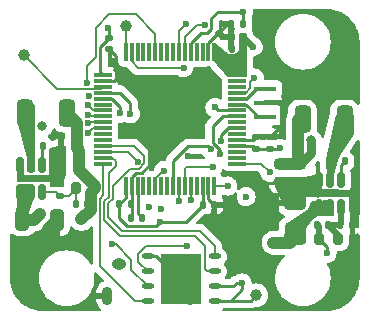
<source format=gbl>
%TF.GenerationSoftware,KiCad,Pcbnew,8.0.6*%
%TF.CreationDate,2025-01-28T20:51:37+01:00*%
%TF.ProjectId,Flight controller goated,466c6967-6874-4206-936f-6e74726f6c6c,rev?*%
%TF.SameCoordinates,Original*%
%TF.FileFunction,Copper,L4,Bot*%
%TF.FilePolarity,Positive*%
%FSLAX46Y46*%
G04 Gerber Fmt 4.6, Leading zero omitted, Abs format (unit mm)*
G04 Created by KiCad (PCBNEW 8.0.6) date 2025-01-28 20:51:37*
%MOMM*%
%LPD*%
G01*
G04 APERTURE LIST*
G04 Aperture macros list*
%AMRoundRect*
0 Rectangle with rounded corners*
0 $1 Rounding radius*
0 $2 $3 $4 $5 $6 $7 $8 $9 X,Y pos of 4 corners*
0 Add a 4 corners polygon primitive as box body*
4,1,4,$2,$3,$4,$5,$6,$7,$8,$9,$2,$3,0*
0 Add four circle primitives for the rounded corners*
1,1,$1+$1,$2,$3*
1,1,$1+$1,$4,$5*
1,1,$1+$1,$6,$7*
1,1,$1+$1,$8,$9*
0 Add four rect primitives between the rounded corners*
20,1,$1+$1,$2,$3,$4,$5,0*
20,1,$1+$1,$4,$5,$6,$7,0*
20,1,$1+$1,$6,$7,$8,$9,0*
20,1,$1+$1,$8,$9,$2,$3,0*%
G04 Aperture macros list end*
%TA.AperFunction,Conductor*%
%ADD10C,0.200000*%
%TD*%
%TA.AperFunction,ComponentPad*%
%ADD11O,0.890000X1.550000*%
%TD*%
%TA.AperFunction,ComponentPad*%
%ADD12O,1.250000X0.950000*%
%TD*%
%TA.AperFunction,SMDPad,CuDef*%
%ADD13RoundRect,0.135000X-0.185000X0.135000X-0.185000X-0.135000X0.185000X-0.135000X0.185000X0.135000X0*%
%TD*%
%TA.AperFunction,SMDPad,CuDef*%
%ADD14RoundRect,0.225000X0.225000X0.250000X-0.225000X0.250000X-0.225000X-0.250000X0.225000X-0.250000X0*%
%TD*%
%TA.AperFunction,SMDPad,CuDef*%
%ADD15RoundRect,0.140000X-0.170000X0.140000X-0.170000X-0.140000X0.170000X-0.140000X0.170000X0.140000X0*%
%TD*%
%TA.AperFunction,SMDPad,CuDef*%
%ADD16RoundRect,0.140000X-0.140000X-0.170000X0.140000X-0.170000X0.140000X0.170000X-0.140000X0.170000X0*%
%TD*%
%TA.AperFunction,SMDPad,CuDef*%
%ADD17RoundRect,0.250000X-0.325000X-0.650000X0.325000X-0.650000X0.325000X0.650000X-0.325000X0.650000X0*%
%TD*%
%TA.AperFunction,SMDPad,CuDef*%
%ADD18RoundRect,0.250000X0.650000X-0.325000X0.650000X0.325000X-0.650000X0.325000X-0.650000X-0.325000X0*%
%TD*%
%TA.AperFunction,SMDPad,CuDef*%
%ADD19RoundRect,0.150000X0.150000X-0.512500X0.150000X0.512500X-0.150000X0.512500X-0.150000X-0.512500X0*%
%TD*%
%TA.AperFunction,SMDPad,CuDef*%
%ADD20C,1.000000*%
%TD*%
%TA.AperFunction,SMDPad,CuDef*%
%ADD21RoundRect,0.200000X0.200000X0.275000X-0.200000X0.275000X-0.200000X-0.275000X0.200000X-0.275000X0*%
%TD*%
%TA.AperFunction,SMDPad,CuDef*%
%ADD22RoundRect,0.225000X-0.250000X0.225000X-0.250000X-0.225000X0.250000X-0.225000X0.250000X0.225000X0*%
%TD*%
%TA.AperFunction,SMDPad,CuDef*%
%ADD23RoundRect,0.140000X0.140000X0.170000X-0.140000X0.170000X-0.140000X-0.170000X0.140000X-0.170000X0*%
%TD*%
%TA.AperFunction,SMDPad,CuDef*%
%ADD24RoundRect,0.135000X-0.135000X-0.185000X0.135000X-0.185000X0.135000X0.185000X-0.135000X0.185000X0*%
%TD*%
%TA.AperFunction,SMDPad,CuDef*%
%ADD25R,1.900000X0.400000*%
%TD*%
%TA.AperFunction,SMDPad,CuDef*%
%ADD26RoundRect,0.140000X0.170000X-0.140000X0.170000X0.140000X-0.170000X0.140000X-0.170000X-0.140000X0*%
%TD*%
%TA.AperFunction,SMDPad,CuDef*%
%ADD27RoundRect,0.135000X0.135000X0.185000X-0.135000X0.185000X-0.135000X-0.185000X0.135000X-0.185000X0*%
%TD*%
%TA.AperFunction,SMDPad,CuDef*%
%ADD28RoundRect,0.350000X-0.350000X-0.800000X0.350000X-0.800000X0.350000X0.800000X-0.350000X0.800000X0*%
%TD*%
%TA.AperFunction,SMDPad,CuDef*%
%ADD29RoundRect,0.200000X-0.200000X-0.275000X0.200000X-0.275000X0.200000X0.275000X-0.200000X0.275000X0*%
%TD*%
%TA.AperFunction,SMDPad,CuDef*%
%ADD30RoundRect,0.350000X0.350000X0.800000X-0.350000X0.800000X-0.350000X-0.800000X0.350000X-0.800000X0*%
%TD*%
%TA.AperFunction,SMDPad,CuDef*%
%ADD31O,1.040200X0.444600*%
%TD*%
%TA.AperFunction,SMDPad,CuDef*%
%ADD32R,3.400000X4.300000*%
%TD*%
%TA.AperFunction,SMDPad,CuDef*%
%ADD33RoundRect,0.075000X0.700000X0.075000X-0.700000X0.075000X-0.700000X-0.075000X0.700000X-0.075000X0*%
%TD*%
%TA.AperFunction,SMDPad,CuDef*%
%ADD34RoundRect,0.075000X0.075000X0.700000X-0.075000X0.700000X-0.075000X-0.700000X0.075000X-0.700000X0*%
%TD*%
%TA.AperFunction,ViaPad*%
%ADD35C,0.800000*%
%TD*%
%TA.AperFunction,ViaPad*%
%ADD36C,0.600000*%
%TD*%
%TA.AperFunction,Conductor*%
%ADD37C,1.000000*%
%TD*%
%TA.AperFunction,Conductor*%
%ADD38C,0.250000*%
%TD*%
%TA.AperFunction,Conductor*%
%ADD39C,0.500000*%
%TD*%
%TA.AperFunction,Conductor*%
%ADD40C,0.750000*%
%TD*%
%ADD41C,0.350000*%
%ADD42C,0.300000*%
%ADD43O,0.500000X1.150000*%
%ADD44O,0.850000X0.550000*%
G04 APERTURE END LIST*
D10*
%TO.N,GND*%
X94550000Y-105550000D02*
X97650000Y-105600000D01*
X97650000Y-108650000D01*
X97050000Y-108650000D01*
X96950000Y-106050000D01*
X93150000Y-106050000D01*
X93050000Y-107100000D01*
X91550000Y-107100000D01*
X90750000Y-105250000D01*
X90750000Y-104550000D01*
X93100000Y-104550000D01*
X94550000Y-104300000D01*
X94550000Y-105550000D01*
%TA.AperFunction,Conductor*%
G36*
X94550000Y-105550000D02*
G01*
X97650000Y-105600000D01*
X97650000Y-108650000D01*
X97050000Y-108650000D01*
X96950000Y-106050000D01*
X93150000Y-106050000D01*
X93050000Y-107100000D01*
X91550000Y-107100000D01*
X90750000Y-105250000D01*
X90750000Y-104550000D01*
X93100000Y-104550000D01*
X94550000Y-104300000D01*
X94550000Y-105550000D01*
G37*
%TD.AperFunction*%
%TO.N,Net-(U7-SW)*%
X97200000Y-100800000D02*
X95950000Y-102750000D01*
X95500000Y-104550000D01*
X95100000Y-104550000D01*
X95000000Y-102900000D01*
X95900000Y-99150000D01*
X97200000Y-99150000D01*
X97200000Y-100800000D01*
%TA.AperFunction,Conductor*%
G36*
X97200000Y-100800000D02*
G01*
X95950000Y-102750000D01*
X95500000Y-104550000D01*
X95100000Y-104550000D01*
X95000000Y-102900000D01*
X95900000Y-99150000D01*
X97200000Y-99150000D01*
X97200000Y-100800000D01*
G37*
%TD.AperFunction*%
%TO.N,GND*%
X72850000Y-104150000D02*
X72700000Y-104800000D01*
X72700000Y-105200000D01*
X71700000Y-105200000D01*
X71700000Y-104800000D01*
X68850000Y-104800000D01*
X68850000Y-102900000D01*
X69300000Y-102900000D01*
X69300000Y-104350000D01*
X71600000Y-104350000D01*
X71600000Y-102050000D01*
X72050000Y-101950000D01*
X72850000Y-101950000D01*
X72850000Y-104150000D01*
%TA.AperFunction,Conductor*%
G36*
X72850000Y-104150000D02*
G01*
X72700000Y-104800000D01*
X72700000Y-105200000D01*
X71700000Y-105200000D01*
X71700000Y-104800000D01*
X68850000Y-104800000D01*
X68850000Y-102900000D01*
X69300000Y-102900000D01*
X69300000Y-104350000D01*
X71600000Y-104350000D01*
X71600000Y-102050000D01*
X72050000Y-101950000D01*
X72850000Y-101950000D01*
X72850000Y-104150000D01*
G37*
%TD.AperFunction*%
%TO.N,3V3*%
X88150000Y-95850000D02*
X86700000Y-95850000D01*
X85450000Y-94550000D01*
X85450000Y-93150000D01*
X85600000Y-93150000D01*
X86650000Y-94150000D01*
X87250000Y-94150000D01*
X87700000Y-93800000D01*
X87700000Y-92350000D01*
X88200000Y-92350000D01*
X88150000Y-95850000D01*
%TA.AperFunction,Conductor*%
G36*
X88150000Y-95850000D02*
G01*
X86700000Y-95850000D01*
X85450000Y-94550000D01*
X85450000Y-93150000D01*
X85600000Y-93150000D01*
X86650000Y-94150000D01*
X87250000Y-94150000D01*
X87700000Y-93800000D01*
X87700000Y-92350000D01*
X88200000Y-92350000D01*
X88150000Y-95850000D01*
G37*
%TD.AperFunction*%
%TO.N,VBAT*%
X95507353Y-107650000D02*
X94157353Y-107650000D01*
X93707353Y-108050000D01*
X93157353Y-108750000D01*
X93157353Y-109900000D01*
X91557353Y-109900000D01*
X91557353Y-108500000D01*
X93507353Y-107250000D01*
X93750000Y-106550000D01*
X95507353Y-106500000D01*
X95507353Y-107650000D01*
%TA.AperFunction,Conductor*%
G36*
X95507353Y-107650000D02*
G01*
X94157353Y-107650000D01*
X93707353Y-108050000D01*
X93157353Y-108750000D01*
X93157353Y-109900000D01*
X91557353Y-109900000D01*
X91557353Y-108500000D01*
X93507353Y-107250000D01*
X93750000Y-106550000D01*
X95507353Y-106500000D01*
X95507353Y-107650000D01*
G37*
%TD.AperFunction*%
%TO.N,Net-(U6-SW)*%
X70200000Y-102050000D02*
X70250000Y-103450000D01*
X70250000Y-103950000D01*
X69750000Y-103950000D01*
X69750000Y-102850000D01*
X68900000Y-99650000D01*
X68900000Y-98300000D01*
X70200000Y-98300000D01*
X70200000Y-102050000D01*
%TA.AperFunction,Conductor*%
G36*
X70200000Y-102050000D02*
G01*
X70250000Y-103450000D01*
X70250000Y-103950000D01*
X69750000Y-103950000D01*
X69750000Y-102850000D01*
X68900000Y-99650000D01*
X68900000Y-98300000D01*
X70200000Y-98300000D01*
X70200000Y-102050000D01*
G37*
%TD.AperFunction*%
%TO.N,VBAT*%
X70150000Y-106250000D02*
X69700000Y-107400000D01*
X69700000Y-107950000D01*
X68800000Y-107950000D01*
X68850000Y-106200000D01*
X68850000Y-105150000D01*
X70150000Y-105150000D01*
X70150000Y-106250000D01*
%TA.AperFunction,Conductor*%
G36*
X70150000Y-106250000D02*
G01*
X69700000Y-107400000D01*
X69700000Y-107950000D01*
X68800000Y-107950000D01*
X68850000Y-106200000D01*
X68850000Y-105150000D01*
X70150000Y-105150000D01*
X70150000Y-106250000D01*
G37*
%TD.AperFunction*%
%TD*%
D11*
%TO.P,J1,6,Shield*%
%TO.N,GND*%
X76450000Y-114500000D03*
D12*
X77450000Y-111800000D03*
X82450000Y-111800000D03*
D11*
X83450000Y-114500000D03*
%TD*%
D13*
%TO.P,R2,1*%
%TO.N,GND*%
X72450000Y-104990000D03*
%TO.P,R2,2*%
%TO.N,Net-(U6-FB)*%
X72450000Y-106010000D03*
%TD*%
D14*
%TO.P,C5,1*%
%TO.N,5Vbuck*%
X74075000Y-102200000D03*
%TO.P,C5,2*%
%TO.N,GND*%
X72525000Y-102200000D03*
%TD*%
%TO.P,C3,1*%
%TO.N,5Vbuck*%
X74075000Y-103750000D03*
%TO.P,C3,2*%
%TO.N,GND*%
X72525000Y-103750000D03*
%TD*%
D15*
%TO.P,C24,1*%
%TO.N,GND*%
X90200000Y-101070000D03*
%TO.P,C24,2*%
%TO.N,3V3*%
X90200000Y-102030000D03*
%TD*%
D16*
%TO.P,C6,1*%
%TO.N,Net-(U6-FB)*%
X73770000Y-106700000D03*
%TO.P,C6,2*%
%TO.N,5Vbuck*%
X74730000Y-106700000D03*
%TD*%
D17*
%TO.P,C1,1*%
%TO.N,VBAT*%
X69250000Y-108050000D03*
%TO.P,C1,2*%
%TO.N,GND*%
X72200000Y-108050000D03*
%TD*%
D18*
%TO.P,C11,1*%
%TO.N,VBAT*%
X92337500Y-109587500D03*
%TO.P,C11,2*%
%TO.N,GND*%
X92337500Y-106637500D03*
%TD*%
D19*
%TO.P,U6,1,FB*%
%TO.N,Net-(U6-FB)*%
X70925000Y-105687500D03*
%TO.P,U6,2,EN*%
%TO.N,VBAT*%
X69975000Y-105687500D03*
%TO.P,U6,3,IN*%
X69025000Y-105687500D03*
%TO.P,U6,4,GND*%
%TO.N,GND*%
X69025000Y-103412500D03*
%TO.P,U6,5,SW*%
%TO.N,Net-(U6-SW)*%
X69975000Y-103412500D03*
%TO.P,U6,6,BST*%
%TO.N,Net-(U6-BST)*%
X70925000Y-103412500D03*
%TD*%
D20*
%TO.P,TP3,1,1*%
%TO.N,PRGR2*%
X78000000Y-91650000D03*
%TD*%
D21*
%TO.P,R13,1*%
%TO.N,Net-(U7-FB)*%
X96012500Y-109712500D03*
%TO.P,R13,2*%
%TO.N,12V*%
X94362500Y-109712500D03*
%TD*%
D16*
%TO.P,C19,1*%
%TO.N,GND*%
X86970000Y-92550000D03*
%TO.P,C19,2*%
%TO.N,3V3*%
X87930000Y-92550000D03*
%TD*%
D22*
%TO.P,C26,1*%
%TO.N,12V*%
X92737500Y-103337500D03*
%TO.P,C26,2*%
%TO.N,GND*%
X92737500Y-104887500D03*
%TD*%
D23*
%TO.P,C16,1*%
%TO.N,Net-(U7-FB)*%
X95167500Y-108462500D03*
%TO.P,C16,2*%
%TO.N,12V*%
X94207500Y-108462500D03*
%TD*%
D15*
%TO.P,C23,1*%
%TO.N,GND*%
X89040000Y-101070000D03*
%TO.P,C23,2*%
%TO.N,3V3*%
X89040000Y-102030000D03*
%TD*%
D24*
%TO.P,R14,1*%
%TO.N,GND*%
X86940000Y-91450000D03*
%TO.P,R14,2*%
%TO.N,BOOT*%
X87960000Y-91450000D03*
%TD*%
D20*
%TO.P,TP2,1,1*%
%TO.N,3V3*%
X89050000Y-114450000D03*
%TD*%
D25*
%TO.P,Y1,1*%
%TO.N,OSC_OUT*%
X89800000Y-99350000D03*
%TO.P,Y1,2*%
%TO.N,GND*%
X89800000Y-98150000D03*
%TO.P,Y1,3*%
%TO.N,OSC_IN*%
X89800000Y-96950000D03*
%TD*%
D22*
%TO.P,C27,1*%
%TO.N,12V*%
X91100000Y-103325000D03*
%TO.P,C27,2*%
%TO.N,GND*%
X91100000Y-104875000D03*
%TD*%
D26*
%TO.P,C21,1*%
%TO.N,GND*%
X76600000Y-93630000D03*
%TO.P,C21,2*%
%TO.N,3V3*%
X76600000Y-92670000D03*
%TD*%
D23*
%TO.P,C4,1*%
%TO.N,Net-(U2-VCAP_1)*%
X79380000Y-107900000D03*
%TO.P,C4,2*%
%TO.N,GND*%
X78420000Y-107900000D03*
%TD*%
D27*
%TO.P,R7,1*%
%TO.N,GND*%
X97197500Y-108462500D03*
%TO.P,R7,2*%
%TO.N,Net-(U7-FB)*%
X96177500Y-108462500D03*
%TD*%
D16*
%TO.P,C17,1*%
%TO.N,GND*%
X86970000Y-93600000D03*
%TO.P,C17,2*%
%TO.N,3V3*%
X87930000Y-93600000D03*
%TD*%
D20*
%TO.P,TP4,1,1*%
%TO.N,PRGR1*%
X69350000Y-94100000D03*
%TD*%
D19*
%TO.P,U7,1,FB*%
%TO.N,Net-(U7-FB)*%
X96250000Y-106950000D03*
%TO.P,U7,2,EN*%
%TO.N,VBAT*%
X95300000Y-106950000D03*
%TO.P,U7,3,IN*%
X94350000Y-106950000D03*
%TO.P,U7,4,GND*%
%TO.N,GND*%
X94350000Y-104675000D03*
%TO.P,U7,5,SW*%
%TO.N,Net-(U7-SW)*%
X95300000Y-104675000D03*
%TO.P,U7,6,BST*%
%TO.N,Net-(U7-BST)*%
X96250000Y-104675000D03*
%TD*%
D16*
%TO.P,C13,1*%
%TO.N,Net-(U7-SW)*%
X95607500Y-103112500D03*
%TO.P,C13,2*%
%TO.N,Net-(U7-BST)*%
X96567500Y-103112500D03*
%TD*%
D28*
%TO.P,L1,1,1*%
%TO.N,Net-(U6-SW)*%
X69475000Y-99000000D03*
%TO.P,L1,2,2*%
%TO.N,5Vbuck*%
X73025000Y-99000000D03*
%TD*%
D29*
%TO.P,R1,1*%
%TO.N,Net-(U6-FB)*%
X73775000Y-105400000D03*
%TO.P,R1,2*%
%TO.N,5Vbuck*%
X75425000Y-105400000D03*
%TD*%
D30*
%TO.P,L2,1,1*%
%TO.N,Net-(U7-SW)*%
X96525000Y-99550000D03*
%TO.P,L2,2,2*%
%TO.N,12V*%
X92975000Y-99550000D03*
%TD*%
D23*
%TO.P,C22,1*%
%TO.N,GND*%
X85480000Y-106800000D03*
%TO.P,C22,2*%
%TO.N,3V3*%
X84520000Y-106800000D03*
%TD*%
%TO.P,C20,1*%
%TO.N,GND*%
X78430000Y-106750000D03*
%TO.P,C20,2*%
%TO.N,3V3*%
X77470000Y-106750000D03*
%TD*%
D31*
%TO.P,U1,1,CS*%
%TO.N,CS_Flash*%
X79854300Y-114955000D03*
%TO.P,U1,2,DO(IO1)*%
%TO.N,SPI2_SDO*%
X79854300Y-113685000D03*
%TO.P,U1,3,/WP(IO2)*%
%TO.N,3V3*%
X79854300Y-112415000D03*
%TO.P,U1,4,GND*%
%TO.N,GND*%
X79854300Y-111145000D03*
%TO.P,U1,5,DI(IO0)*%
%TO.N,SPI2_SDI*%
X85545700Y-111145000D03*
%TO.P,U1,6,CLK*%
%TO.N,SPI2_SCLK*%
X85545700Y-112415000D03*
%TO.P,U1,7,HOLD/RESET(IO3)*%
%TO.N,3V3*%
X85545700Y-113685000D03*
%TO.P,U1,8,VCC*%
X85545700Y-114955000D03*
D32*
%TO.P,U1,9,GND*%
%TO.N,GND*%
X82700000Y-113050000D03*
%TD*%
D33*
%TO.P,U2,1,VBAT*%
%TO.N,3V3*%
X87425000Y-95800000D03*
%TO.P,U2,2,PC13*%
%TO.N,unconnected-(U2-PC13-Pad2)*%
X87425000Y-96300000D03*
%TO.P,U2,3,PC14*%
%TO.N,unconnected-(U2-PC14-Pad3)*%
X87425000Y-96800000D03*
%TO.P,U2,4,PC15*%
%TO.N,LED0*%
X87425000Y-97300000D03*
%TO.P,U2,5,PH0*%
%TO.N,OSC_IN*%
X87425000Y-97800000D03*
%TO.P,U2,6,PH1*%
%TO.N,OSC_OUT*%
X87425000Y-98300000D03*
%TO.P,U2,7,NRST*%
%TO.N,NRST*%
X87425000Y-98800000D03*
%TO.P,U2,8,PC0*%
%TO.N,VBAT_detect*%
X87425000Y-99300000D03*
%TO.P,U2,9,PC1*%
%TO.N,unconnected-(U2-PC1-Pad9)*%
X87425000Y-99800000D03*
%TO.P,U2,10,PC2*%
%TO.N,CURR*%
X87425000Y-100300000D03*
%TO.P,U2,11,PC3*%
%TO.N,unconnected-(U2-PC3-Pad11)*%
X87425000Y-100800000D03*
%TO.P,U2,12,VSSA*%
%TO.N,GND*%
X87425000Y-101300000D03*
%TO.P,U2,13,VDDA*%
%TO.N,3V3*%
X87425000Y-101800000D03*
%TO.P,U2,14,PA0*%
%TO.N,unconnected-(U2-PA0-Pad14)*%
X87425000Y-102300000D03*
%TO.P,U2,15,PA1*%
%TO.N,unconnected-(U2-PA1-Pad15)*%
X87425000Y-102800000D03*
%TO.P,U2,16,PA2*%
%TO.N,UART2_TX*%
X87425000Y-103300000D03*
D34*
%TO.P,U2,17,PA3*%
%TO.N,UART2_RX*%
X85500000Y-105225000D03*
%TO.P,U2,18,VSS*%
%TO.N,GND*%
X85000000Y-105225000D03*
%TO.P,U2,19,VDD*%
%TO.N,3V3*%
X84500000Y-105225000D03*
%TO.P,U2,20,PA4*%
%TO.N,unconnected-(U2-PA4-Pad20)*%
X84000000Y-105225000D03*
%TO.P,U2,21,PA5*%
%TO.N,SPI1_SCLK*%
X83500000Y-105225000D03*
%TO.P,U2,22,PA6*%
%TO.N,SPI1_SDO*%
X83000000Y-105225000D03*
%TO.P,U2,23,PA7*%
%TO.N,SPI1_SDI*%
X82500000Y-105225000D03*
%TO.P,U2,24,PC4*%
%TO.N,INT_GYRO*%
X82000000Y-105225000D03*
%TO.P,U2,25,PB0*%
%TO.N,unconnected-(U2-PB0-Pad25)*%
X81500000Y-105225000D03*
%TO.P,U2,26,PB1*%
%TO.N,unconnected-(U2-PB1-Pad26)*%
X81000000Y-105225000D03*
%TO.P,U2,27,PB2*%
%TO.N,CS_Gyro*%
X80500000Y-105225000D03*
%TO.P,U2,28,PB10*%
%TO.N,unconnected-(U2-PB10-Pad28)*%
X80000000Y-105225000D03*
%TO.P,U2,29,PB11*%
%TO.N,unconnected-(U2-PB11-Pad29)*%
X79500000Y-105225000D03*
%TO.P,U2,30,VCAP_1*%
%TO.N,Net-(U2-VCAP_1)*%
X79000000Y-105225000D03*
%TO.P,U2,31,VSS*%
%TO.N,GND*%
X78500000Y-105225000D03*
%TO.P,U2,32,VDD*%
%TO.N,3V3*%
X78000000Y-105225000D03*
D33*
%TO.P,U2,33,PB12*%
%TO.N,CS_Flash*%
X76075000Y-103300000D03*
%TO.P,U2,34,PB13*%
%TO.N,SPI2_SCLK*%
X76075000Y-102800000D03*
%TO.P,U2,35,PB14*%
%TO.N,SPI2_SDO*%
X76075000Y-102300000D03*
%TO.P,U2,36,PB15*%
%TO.N,SPI2_SDI*%
X76075000Y-101800000D03*
%TO.P,U2,37,PC6*%
%TO.N,unconnected-(U2-PC6-Pad37)*%
X76075000Y-101300000D03*
%TO.P,U2,38,PC7*%
%TO.N,unconnected-(U2-PC7-Pad38)*%
X76075000Y-100800000D03*
%TO.P,U2,39,PC8*%
%TO.N,M1*%
X76075000Y-100300000D03*
%TO.P,U2,40,PC9*%
%TO.N,M2*%
X76075000Y-99800000D03*
%TO.P,U2,41,PA8*%
%TO.N,M3*%
X76075000Y-99300000D03*
%TO.P,U2,42,PA9*%
%TO.N,M4*%
X76075000Y-98800000D03*
%TO.P,U2,43,PA10*%
%TO.N,unconnected-(U2-PA10-Pad43)*%
X76075000Y-98300000D03*
%TO.P,U2,44,PA11*%
%TO.N,usb-D-*%
X76075000Y-97800000D03*
%TO.P,U2,45,PA12*%
%TO.N,usb-D+*%
X76075000Y-97300000D03*
%TO.P,U2,46,PA13*%
%TO.N,PRGR1*%
X76075000Y-96800000D03*
%TO.P,U2,47,VSS*%
%TO.N,GND*%
X76075000Y-96300000D03*
%TO.P,U2,48,VDD*%
%TO.N,3V3*%
X76075000Y-95800000D03*
D34*
%TO.P,U2,49,PA14*%
%TO.N,PRGR2*%
X78000000Y-93875000D03*
%TO.P,U2,50,PA15*%
%TO.N,LED1*%
X78500000Y-93875000D03*
%TO.P,U2,51,PC10*%
%TO.N,unconnected-(U2-PC10-Pad51)*%
X79000000Y-93875000D03*
%TO.P,U2,52,PC11*%
%TO.N,unconnected-(U2-PC11-Pad52)*%
X79500000Y-93875000D03*
%TO.P,U2,53,PC12*%
%TO.N,unconnected-(U2-PC12-Pad53)*%
X80000000Y-93875000D03*
%TO.P,U2,54,PD2*%
%TO.N,UART5_RX*%
X80500000Y-93875000D03*
%TO.P,U2,55,PB3*%
%TO.N,unconnected-(U2-PB3-Pad55)*%
X81000000Y-93875000D03*
%TO.P,U2,56,PB4*%
%TO.N,unconnected-(U2-PB4-Pad56)*%
X81500000Y-93875000D03*
%TO.P,U2,57,PB5*%
%TO.N,unconnected-(U2-PB5-Pad57)*%
X82000000Y-93875000D03*
%TO.P,U2,58,PB6*%
%TO.N,UART1_TX*%
X82500000Y-93875000D03*
%TO.P,U2,59,PB7*%
%TO.N,UART1_RX*%
X83000000Y-93875000D03*
%TO.P,U2,60,BOOT0*%
%TO.N,BOOT*%
X83500000Y-93875000D03*
%TO.P,U2,61,PB8*%
%TO.N,unconnected-(U2-PB8-Pad61)*%
X84000000Y-93875000D03*
%TO.P,U2,62,PB9*%
%TO.N,unconnected-(U2-PB9-Pad62)*%
X84500000Y-93875000D03*
%TO.P,U2,63,VSS*%
%TO.N,GND*%
X85000000Y-93875000D03*
%TO.P,U2,64,VDD*%
%TO.N,3V3*%
X85500000Y-93875000D03*
%TD*%
D16*
%TO.P,C2,1*%
%TO.N,Net-(U6-SW)*%
X70000000Y-101850000D03*
%TO.P,C2,2*%
%TO.N,Net-(U6-BST)*%
X70960000Y-101850000D03*
%TD*%
D35*
%TO.N,GND*%
X80650000Y-97250000D03*
D36*
X83275000Y-102650000D03*
X91150000Y-98200000D03*
X85350000Y-107750000D03*
D35*
X77750000Y-100600000D03*
X71904310Y-104550000D03*
D36*
X86250000Y-92600000D03*
D35*
X71450000Y-109300000D03*
X94299327Y-105797501D03*
%TO.N,VBAT*%
X70700000Y-107600000D03*
X90500000Y-110000000D03*
%TO.N,5Vbuck*%
X70950000Y-100150000D03*
X74250000Y-108000000D03*
D36*
%TO.N,3V3*%
X80900000Y-108250000D03*
X87850000Y-113400000D03*
X83200000Y-110250000D03*
X76500000Y-91850000D03*
X91050000Y-102000000D03*
X88800000Y-93400000D03*
%TO.N,VBAT_detect*%
X85950000Y-102450000D03*
X88200000Y-106100000D03*
%TO.N,NRST*%
X85550000Y-98550000D03*
%TO.N,LED0*%
X88900000Y-96050000D03*
%TO.N,M3*%
X74800000Y-99150000D03*
%TO.N,M1*%
X74800000Y-100700000D03*
%TO.N,M2*%
X74800000Y-99900000D03*
%TO.N,CURR*%
X74850000Y-97550000D03*
X86100000Y-101400000D03*
%TO.N,UART5_RX*%
X74750000Y-96460000D03*
%TO.N,M4*%
X74800000Y-98350000D03*
%TO.N,UART2_RX*%
X86650000Y-105200000D03*
%TO.N,UART2_TX*%
X90200000Y-104050000D03*
%TO.N,usb-D-*%
X77550000Y-99050000D03*
X80000000Y-107000000D03*
%TO.N,usb-D+*%
X78400000Y-99100000D03*
X80950000Y-107150000D03*
%TO.N,BOOT*%
X87950000Y-90500000D03*
%TO.N,UART1_TX*%
X83100000Y-91500000D03*
%TO.N,UART1_RX*%
X84700000Y-91550000D03*
%TO.N,SPI2_SDO*%
X76840452Y-110150000D03*
X79000000Y-103150000D03*
%TO.N,INT_GYRO*%
X85200000Y-102100000D03*
%TO.N,CS_Gyro*%
X81200000Y-103900000D03*
%TO.N,SPI1_SCLK*%
X83500000Y-106350000D03*
%TO.N,SPI1_SDI*%
X82550000Y-106500000D03*
%TO.N,SPI1_SDO*%
X85400000Y-103550000D03*
D35*
%TO.N,12V*%
X93700000Y-101300000D03*
D36*
X95050000Y-110900000D03*
%TO.N,LED1*%
X82900000Y-95200000D03*
%TD*%
D37*
%TO.N,GND*%
X71450000Y-108800000D02*
X72200000Y-108050000D01*
X71450000Y-109300000D02*
X71450000Y-108800000D01*
D38*
X85000000Y-106320000D02*
X85480000Y-106800000D01*
X91100000Y-98150000D02*
X89800000Y-98150000D01*
D39*
X85900000Y-92250000D02*
X85850000Y-92250000D01*
D38*
X85480000Y-107620000D02*
X85350000Y-107750000D01*
X80000000Y-101900000D02*
X78700000Y-100600000D01*
X91150000Y-98200000D02*
X91100000Y-98150000D01*
X91150000Y-100120000D02*
X90200000Y-101070000D01*
X85000000Y-93875000D02*
X85000000Y-93100001D01*
X79385000Y-104065000D02*
X80000000Y-103450000D01*
X76600000Y-93630000D02*
X77200000Y-94230000D01*
X80595000Y-111145000D02*
X82700000Y-113250000D01*
X78700000Y-100600000D02*
X77750000Y-100600000D01*
X77000000Y-96300000D02*
X76075000Y-96300000D01*
X85000000Y-93100001D02*
X85850000Y-92250000D01*
X85480000Y-106800000D02*
X85480000Y-107620000D01*
X78500000Y-107820000D02*
X78420000Y-107900000D01*
X87425000Y-101300000D02*
X88810000Y-101300000D01*
X86650001Y-91450000D02*
X86940000Y-91450000D01*
D39*
X77350000Y-95350000D02*
X79250000Y-97250000D01*
D38*
X77200000Y-96100000D02*
X77000000Y-96300000D01*
X77200000Y-94230000D02*
X77200000Y-95350000D01*
X78885001Y-104065000D02*
X79385000Y-104065000D01*
D39*
X86250000Y-92600000D02*
X85900000Y-92250000D01*
D38*
X77200000Y-95350000D02*
X77200000Y-96100000D01*
X78500000Y-105225000D02*
X78500000Y-107820000D01*
X89040000Y-101070000D02*
X90200000Y-101070000D01*
X88810000Y-101300000D02*
X89040000Y-101070000D01*
X78500000Y-104450001D02*
X78885001Y-104065000D01*
D39*
X86940000Y-91450000D02*
X86940000Y-93570000D01*
D38*
X85850000Y-92250000D02*
X86650001Y-91450000D01*
X91150000Y-98200000D02*
X91150000Y-100120000D01*
X78500000Y-105225000D02*
X78500000Y-104450001D01*
X79854300Y-111145000D02*
X80595000Y-111145000D01*
D39*
X86940000Y-93570000D02*
X86970000Y-93600000D01*
X86300000Y-92550000D02*
X86250000Y-92600000D01*
D38*
X80000000Y-103450000D02*
X80000000Y-101900000D01*
D39*
X77200000Y-95350000D02*
X77350000Y-95350000D01*
D38*
X85000000Y-105225000D02*
X85000000Y-106320000D01*
D39*
X86970000Y-92550000D02*
X86300000Y-92550000D01*
X79250000Y-97250000D02*
X80650000Y-97250000D01*
D37*
%TO.N,VBAT*%
X70700000Y-107600000D02*
X70250000Y-108050000D01*
X91925000Y-110000000D02*
X92337500Y-109587500D01*
X90500000Y-110000000D02*
X91925000Y-110000000D01*
X70250000Y-108050000D02*
X69250000Y-108050000D01*
D38*
%TO.N,Net-(U6-BST)*%
X70925000Y-103412500D02*
X70925000Y-101885000D01*
X70925000Y-101885000D02*
X70960000Y-101850000D01*
D37*
%TO.N,5Vbuck*%
X73025000Y-99000000D02*
X73850000Y-99825000D01*
X74075000Y-103875000D02*
X75425000Y-105225000D01*
X75050000Y-105775000D02*
X75050000Y-107200000D01*
X73850000Y-99825000D02*
X73850000Y-101975000D01*
X74075000Y-103750000D02*
X74075000Y-103875000D01*
X73850000Y-101975000D02*
X74075000Y-102200000D01*
X75425000Y-105225000D02*
X75425000Y-105400000D01*
X75425000Y-105400000D02*
X75050000Y-105775000D01*
X73025000Y-98925000D02*
X73025000Y-99000000D01*
X74075000Y-102200000D02*
X74075000Y-103750000D01*
X75050000Y-107200000D02*
X74250000Y-108000000D01*
D38*
%TO.N,Net-(U2-VCAP_1)*%
X79000000Y-107520000D02*
X79380000Y-107900000D01*
X79000000Y-105225000D02*
X79000000Y-107520000D01*
%TO.N,3V3*%
X77470000Y-107920000D02*
X78100000Y-108550000D01*
X86900000Y-114900000D02*
X87850000Y-113950000D01*
D10*
X79050000Y-110950000D02*
X79050000Y-111610700D01*
D38*
X87095000Y-113685000D02*
X87380000Y-113400000D01*
X85545700Y-114955000D02*
X85600700Y-114900000D01*
X88600000Y-114900000D02*
X89050000Y-114450000D01*
X80900000Y-108250000D02*
X83070000Y-108250000D01*
X91020000Y-102030000D02*
X91050000Y-102000000D01*
X90200000Y-102030000D02*
X91020000Y-102030000D01*
X76600000Y-92670000D02*
X75850000Y-93420000D01*
X76600000Y-91950000D02*
X76500000Y-91850000D01*
X84520000Y-106800000D02*
X84520000Y-105245000D01*
X83070000Y-108250000D02*
X84520000Y-106800000D01*
X78000000Y-106220000D02*
X77470000Y-106750000D01*
D39*
X87930000Y-92550000D02*
X87950000Y-92550000D01*
D38*
X85545700Y-113685000D02*
X87095000Y-113685000D01*
X77470000Y-106750000D02*
X77470000Y-107920000D01*
X78000000Y-105225000D02*
X78000000Y-106220000D01*
D10*
X83200000Y-110250000D02*
X83150000Y-110300000D01*
D38*
X86900000Y-114900000D02*
X88600000Y-114900000D01*
X85600700Y-114900000D02*
X86900000Y-114900000D01*
X88810000Y-101800000D02*
X89040000Y-102030000D01*
D10*
X83150000Y-110300000D02*
X79700000Y-110300000D01*
X79050000Y-111610700D02*
X79854300Y-112415000D01*
X79700000Y-110300000D02*
X79050000Y-110950000D01*
D38*
X75850000Y-95575000D02*
X76075000Y-95800000D01*
X80600000Y-108550000D02*
X80900000Y-108250000D01*
X89040000Y-102030000D02*
X90200000Y-102030000D01*
X87425000Y-101800000D02*
X88810000Y-101800000D01*
D39*
X87950000Y-92550000D02*
X88800000Y-93400000D01*
D38*
X84520000Y-105245000D02*
X84500000Y-105225000D01*
X75850000Y-93420000D02*
X75850000Y-95575000D01*
X78100000Y-108550000D02*
X80600000Y-108550000D01*
X76600000Y-92670000D02*
X76600000Y-91950000D01*
X87850000Y-113950000D02*
X87850000Y-113400000D01*
X87380000Y-113400000D02*
X87850000Y-113400000D01*
%TO.N,VBAT_detect*%
X85950000Y-102121680D02*
X85350000Y-101521680D01*
X85950000Y-102450000D02*
X85950000Y-102121680D01*
X85350000Y-100150000D02*
X86200000Y-99300000D01*
X86200000Y-99300000D02*
X87425000Y-99300000D01*
X85350000Y-101521680D02*
X85350000Y-100150000D01*
%TO.N,NRST*%
X85800000Y-98800000D02*
X87425000Y-98800000D01*
X85550000Y-98550000D02*
X85800000Y-98800000D01*
D10*
%TO.N,LED0*%
X88150000Y-97300000D02*
X87425000Y-97300000D01*
X88550000Y-96900000D02*
X88150000Y-97300000D01*
X88550000Y-96400000D02*
X88550000Y-96900000D01*
X88900000Y-96050000D02*
X88550000Y-96400000D01*
D38*
%TO.N,Net-(U7-BST)*%
X96250000Y-103430000D02*
X96567500Y-103112500D01*
X96250000Y-104675000D02*
X96250000Y-103430000D01*
D10*
%TO.N,M3*%
X74950000Y-99300000D02*
X76075000Y-99300000D01*
X74800000Y-99150000D02*
X74950000Y-99300000D01*
%TO.N,M1*%
X75200000Y-100300000D02*
X76075000Y-100300000D01*
X74800000Y-100700000D02*
X75200000Y-100300000D01*
%TO.N,M2*%
X74900000Y-99800000D02*
X76075000Y-99800000D01*
X74800000Y-99900000D02*
X74900000Y-99800000D01*
D38*
%TO.N,CURR*%
X86100000Y-101400000D02*
X86100000Y-100850001D01*
X86100000Y-100850001D02*
X86650001Y-100300000D01*
X86650001Y-100300000D02*
X87425000Y-100300000D01*
D10*
%TO.N,UART5_RX*%
X74750000Y-95000000D02*
X75450000Y-94300000D01*
X74750000Y-96460000D02*
X74750000Y-95000000D01*
X75450000Y-91800000D02*
X76600000Y-90650000D01*
X75450000Y-94300000D02*
X75450000Y-91800000D01*
X76600000Y-90650000D02*
X78850000Y-90650000D01*
X80500000Y-92300000D02*
X80500000Y-93875000D01*
X78850000Y-90650000D02*
X80500000Y-92300000D01*
%TO.N,M4*%
X74800000Y-98350000D02*
X75250000Y-98800000D01*
X75250000Y-98800000D02*
X76075000Y-98800000D01*
%TO.N,UART2_RX*%
X85525000Y-105200000D02*
X85500000Y-105225000D01*
X86650000Y-105200000D02*
X85525000Y-105200000D01*
%TO.N,UART2_TX*%
X90200000Y-104050000D02*
X89450000Y-103300000D01*
X89450000Y-103300000D02*
X87425000Y-103300000D01*
%TO.N,Net-(U6-FB)*%
X73165000Y-106010000D02*
X73775000Y-105400000D01*
X72127500Y-105687500D02*
X72450000Y-106010000D01*
X73775000Y-106695000D02*
X73770000Y-106700000D01*
X73775000Y-105400000D02*
X73775000Y-106695000D01*
X72450000Y-106010000D02*
X73165000Y-106010000D01*
X70925000Y-105687500D02*
X72127500Y-105687500D01*
D38*
%TO.N,usb-D-*%
X76849999Y-97800000D02*
X76075000Y-97800000D01*
X77550000Y-99050000D02*
X77550000Y-98500001D01*
X77550000Y-98500001D02*
X76849999Y-97800000D01*
%TO.N,usb-D+*%
X78400000Y-98150000D02*
X78400000Y-99100000D01*
X77550000Y-97300000D02*
X78400000Y-98150000D01*
X76075000Y-97300000D02*
X77550000Y-97300000D01*
%TO.N,BOOT*%
X87900000Y-90450000D02*
X85800000Y-90450000D01*
X84900000Y-92250000D02*
X84350001Y-92250000D01*
X87950000Y-90500000D02*
X87900000Y-90450000D01*
X87960000Y-90510000D02*
X87960000Y-91450000D01*
X85800000Y-90450000D02*
X85250000Y-91000000D01*
X85250000Y-91000000D02*
X85250000Y-91900000D01*
X84350001Y-92250000D02*
X83500000Y-93100001D01*
X87950000Y-90500000D02*
X87960000Y-90510000D01*
X85250000Y-91900000D02*
X84900000Y-92250000D01*
X83500000Y-93100001D02*
X83500000Y-93875000D01*
D10*
%TO.N,UART1_TX*%
X82500000Y-92100000D02*
X82500000Y-93875000D01*
X83100000Y-91500000D02*
X82500000Y-92100000D01*
%TO.N,UART1_RX*%
X83000000Y-92600001D02*
X83000000Y-93875000D01*
X84050001Y-91550000D02*
X83000000Y-92600001D01*
X84700000Y-91550000D02*
X84050001Y-91550000D01*
%TO.N,PRGR2*%
X78000000Y-91650000D02*
X78000000Y-93875000D01*
%TO.N,PRGR1*%
X72200000Y-96950000D02*
X69350000Y-94100000D01*
X75925000Y-96950000D02*
X72200000Y-96950000D01*
X76075000Y-96800000D02*
X75925000Y-96950000D01*
%TO.N,SPI2_SDI*%
X85545700Y-110295700D02*
X84250000Y-109000000D01*
X76900000Y-106310122D02*
X76900000Y-105173156D01*
X84250000Y-109000000D02*
X77700000Y-109000000D01*
X76900000Y-105173156D02*
X78323156Y-103750000D01*
X78323156Y-103750000D02*
X79092965Y-103750000D01*
X79550000Y-103292965D02*
X79550000Y-102650000D01*
X79550000Y-102650000D02*
X78700000Y-101800000D01*
X76540000Y-107840000D02*
X76540000Y-106670122D01*
X77700000Y-109000000D02*
X76540000Y-107840000D01*
X78700000Y-101800000D02*
X76075000Y-101800000D01*
X85545700Y-111145000D02*
X85545700Y-110295700D01*
X76540000Y-106670122D02*
X76900000Y-106310122D01*
X79092965Y-103750000D02*
X79550000Y-103292965D01*
%TO.N,CS_Flash*%
X75850000Y-112000000D02*
X78750000Y-114900000D01*
X76115000Y-103340000D02*
X76115000Y-105995356D01*
X79799300Y-114900000D02*
X79854300Y-114955000D01*
X76115000Y-105995356D02*
X75850000Y-106260356D01*
X75850000Y-106260356D02*
X75850000Y-112000000D01*
X78750000Y-114900000D02*
X79799300Y-114900000D01*
X76075000Y-103300000D02*
X76115000Y-103340000D01*
%TO.N,SPI2_SDO*%
X77150000Y-110150000D02*
X78450000Y-111450000D01*
X79000000Y-103150000D02*
X78150000Y-102300000D01*
X76840452Y-110150000D02*
X77150000Y-110150000D01*
X78450000Y-112280700D02*
X79854300Y-113685000D01*
X78450000Y-111450000D02*
X78450000Y-112280700D01*
X78150000Y-102300000D02*
X76075000Y-102300000D01*
%TO.N,SPI2_SCLK*%
X76550000Y-104100000D02*
X76550000Y-106100000D01*
X77150000Y-103100001D02*
X77150000Y-103500000D01*
X76200000Y-108100000D02*
X77550000Y-109450000D01*
X77550000Y-109450000D02*
X83900000Y-109450000D01*
X83900000Y-109450000D02*
X84700000Y-110250000D01*
X76200000Y-106450000D02*
X76200000Y-108100000D01*
X77150000Y-103500000D02*
X76550000Y-104100000D01*
X84700000Y-110250000D02*
X84700000Y-112200000D01*
X76849999Y-102800000D02*
X77150000Y-103100001D01*
X76550000Y-106100000D02*
X76200000Y-106450000D01*
X84915000Y-112415000D02*
X85545700Y-112415000D01*
X84700000Y-112200000D02*
X84915000Y-112415000D01*
X76075000Y-102800000D02*
X76849999Y-102800000D01*
D38*
%TO.N,INT_GYRO*%
X82000000Y-103100000D02*
X83250000Y-101850000D01*
X82000000Y-105225000D02*
X82000000Y-103100000D01*
X83250000Y-101850000D02*
X84950000Y-101850000D01*
X84950000Y-101850000D02*
X85200000Y-102100000D01*
D10*
%TO.N,CS_Gyro*%
X80500000Y-104573156D02*
X80500000Y-105225000D01*
X81173156Y-103900000D02*
X80500000Y-104573156D01*
X81200000Y-103900000D02*
X81173156Y-103900000D01*
%TO.N,SPI1_SCLK*%
X83500000Y-106350000D02*
X83500000Y-105225000D01*
D38*
%TO.N,OSC_IN*%
X88199999Y-97800000D02*
X89049999Y-96950000D01*
X89049999Y-96950000D02*
X89800000Y-96950000D01*
X87425000Y-97800000D02*
X88199999Y-97800000D01*
D10*
%TO.N,SPI1_SDI*%
X82550000Y-105275000D02*
X82500000Y-105225000D01*
X82550000Y-106500000D02*
X82550000Y-105275000D01*
D38*
%TO.N,OSC_OUT*%
X89249999Y-99350000D02*
X89800000Y-99350000D01*
X87425000Y-98300000D02*
X88199999Y-98300000D01*
X88199999Y-98300000D02*
X89249999Y-99350000D01*
D10*
%TO.N,SPI1_SDO*%
X83150000Y-103550000D02*
X83000000Y-103700000D01*
X83000000Y-103700000D02*
X83000000Y-105225000D01*
X85400000Y-103550000D02*
X83150000Y-103550000D01*
D37*
%TO.N,12V*%
X92737500Y-103337500D02*
X91112500Y-103337500D01*
X91112500Y-103337500D02*
X91100000Y-103325000D01*
X92577500Y-99612500D02*
X92577500Y-103177500D01*
D38*
X95050000Y-110900000D02*
X95050000Y-110400000D01*
X95050000Y-110400000D02*
X94362500Y-109712500D01*
D37*
X92577500Y-103177500D02*
X92737500Y-103337500D01*
D40*
X93700000Y-102375000D02*
X92737500Y-103337500D01*
D39*
X94362500Y-109712500D02*
X94362500Y-108617500D01*
D40*
X93700000Y-101300000D02*
X93700000Y-102375000D01*
D39*
X94362500Y-108617500D02*
X94207500Y-108462500D01*
%TO.N,Net-(U7-FB)*%
X96012500Y-109307500D02*
X95167500Y-108462500D01*
X96012500Y-109712500D02*
X96012500Y-109307500D01*
X96250000Y-106950000D02*
X96250000Y-108390000D01*
X96177500Y-108462500D02*
X95167500Y-108462500D01*
X96250000Y-108390000D02*
X96177500Y-108462500D01*
D10*
%TO.N,LED1*%
X79050001Y-95200000D02*
X82900000Y-95200000D01*
X78500000Y-94649999D02*
X79050001Y-95200000D01*
X78500000Y-93875000D02*
X78500000Y-94649999D01*
%TD*%
%TA.AperFunction,Conductor*%
%TO.N,GND*%
G36*
X72393039Y-107819685D02*
G01*
X72438794Y-107872489D01*
X72450000Y-107924000D01*
X72450000Y-109449999D01*
X72574972Y-109449999D01*
X72574986Y-109449998D01*
X72677697Y-109439505D01*
X72844119Y-109384358D01*
X72844124Y-109384356D01*
X72993345Y-109292315D01*
X73117315Y-109168345D01*
X73209356Y-109019124D01*
X73209358Y-109019119D01*
X73264505Y-108852697D01*
X73264506Y-108852690D01*
X73274999Y-108749986D01*
X73274999Y-108739291D01*
X73294679Y-108672250D01*
X73347479Y-108626491D01*
X73416637Y-108616543D01*
X73480195Y-108645563D01*
X73486680Y-108651601D01*
X73612215Y-108777136D01*
X73612219Y-108777139D01*
X73776079Y-108886627D01*
X73776083Y-108886629D01*
X73776086Y-108886631D01*
X73958164Y-108962051D01*
X74146433Y-108999500D01*
X74151455Y-109000499D01*
X74151458Y-109000500D01*
X74151460Y-109000500D01*
X74348542Y-109000500D01*
X74348543Y-109000499D01*
X74541836Y-108962051D01*
X74723914Y-108886631D01*
X74887781Y-108777139D01*
X75037820Y-108627099D01*
X75099142Y-108593616D01*
X75168833Y-108598600D01*
X75224767Y-108640471D01*
X75249184Y-108705936D01*
X75249500Y-108714782D01*
X75249500Y-111727054D01*
X75229815Y-111794093D01*
X75177011Y-111839848D01*
X75107853Y-111849792D01*
X75044297Y-111820767D01*
X75022398Y-111795945D01*
X74921022Y-111644225D01*
X74868778Y-111566036D01*
X74799787Y-111487367D01*
X74665620Y-111334379D01*
X74510947Y-111198735D01*
X74433964Y-111131222D01*
X74433958Y-111131218D01*
X74433951Y-111131212D01*
X74177774Y-110960041D01*
X74177767Y-110960037D01*
X73901429Y-110823762D01*
X73901419Y-110823758D01*
X73609671Y-110724723D01*
X73609651Y-110724718D01*
X73307470Y-110664611D01*
X73307460Y-110664609D01*
X73000000Y-110644457D01*
X72692540Y-110664609D01*
X72692534Y-110664610D01*
X72692529Y-110664611D01*
X72390348Y-110724718D01*
X72390333Y-110724722D01*
X72098577Y-110823760D01*
X72098556Y-110823769D01*
X71822238Y-110960034D01*
X71822223Y-110960043D01*
X71566034Y-111131223D01*
X71334379Y-111334379D01*
X71131223Y-111566034D01*
X70960043Y-111822223D01*
X70960034Y-111822238D01*
X70823769Y-112098556D01*
X70823760Y-112098577D01*
X70724722Y-112390333D01*
X70724718Y-112390348D01*
X70695985Y-112534800D01*
X70664609Y-112692540D01*
X70659315Y-112773311D01*
X70644457Y-113000000D01*
X70664609Y-113307458D01*
X70664611Y-113307470D01*
X70724718Y-113609651D01*
X70724723Y-113609671D01*
X70823758Y-113901419D01*
X70823762Y-113901429D01*
X70960037Y-114177767D01*
X70960041Y-114177774D01*
X71131212Y-114433951D01*
X71131218Y-114433958D01*
X71131222Y-114433964D01*
X71184085Y-114494242D01*
X71334379Y-114665620D01*
X71442616Y-114760540D01*
X71566036Y-114868778D01*
X71566042Y-114868782D01*
X71566048Y-114868787D01*
X71822225Y-115039958D01*
X71822232Y-115039962D01*
X72098570Y-115176237D01*
X72098580Y-115176241D01*
X72390328Y-115275276D01*
X72390332Y-115275277D01*
X72390341Y-115275280D01*
X72692540Y-115335391D01*
X73000000Y-115355543D01*
X73307460Y-115335391D01*
X73609659Y-115275280D01*
X73641787Y-115264374D01*
X73901419Y-115176241D01*
X73901429Y-115176237D01*
X73932564Y-115160883D01*
X74177772Y-115039960D01*
X74411467Y-114883810D01*
X74433951Y-114868787D01*
X74433952Y-114868785D01*
X74433964Y-114868778D01*
X74665620Y-114665620D01*
X74868778Y-114433964D01*
X75039960Y-114177772D01*
X75176238Y-113901427D01*
X75178640Y-113894353D01*
X75275276Y-113609671D01*
X75275276Y-113609670D01*
X75275280Y-113609659D01*
X75335391Y-113307460D01*
X75355543Y-113000000D01*
X75335391Y-112692540D01*
X75326267Y-112646671D01*
X75332494Y-112577082D01*
X75375356Y-112521904D01*
X75441246Y-112498659D01*
X75509243Y-112514726D01*
X75535565Y-112534800D01*
X76105162Y-113104397D01*
X76138647Y-113165720D01*
X76133663Y-113235412D01*
X76091791Y-113291345D01*
X76064934Y-113306639D01*
X76002377Y-113332550D01*
X76002368Y-113332555D01*
X75847598Y-113435970D01*
X75847594Y-113435973D01*
X75715973Y-113567594D01*
X75715970Y-113567598D01*
X75612555Y-113722368D01*
X75612550Y-113722377D01*
X75541316Y-113894353D01*
X75541314Y-113894361D01*
X75505000Y-114076921D01*
X75505000Y-114250000D01*
X76200000Y-114250000D01*
X76200000Y-114750000D01*
X75505000Y-114750000D01*
X75505000Y-114923078D01*
X75541314Y-115105638D01*
X75541316Y-115105646D01*
X75612550Y-115277622D01*
X75612555Y-115277631D01*
X75715970Y-115432401D01*
X75715973Y-115432405D01*
X75847595Y-115564027D01*
X75860122Y-115572397D01*
X75904927Y-115626009D01*
X75913636Y-115695334D01*
X75883481Y-115758362D01*
X75824039Y-115795081D01*
X75791232Y-115799500D01*
X71003481Y-115799500D01*
X70996528Y-115799305D01*
X70693506Y-115782287D01*
X70679688Y-115780730D01*
X70383920Y-115730477D01*
X70370363Y-115727383D01*
X70082072Y-115644327D01*
X70068948Y-115639734D01*
X69791777Y-115524927D01*
X69779248Y-115518894D01*
X69516671Y-115373772D01*
X69504897Y-115366374D01*
X69260214Y-115192763D01*
X69249342Y-115184092D01*
X69240553Y-115176238D01*
X69127269Y-115075000D01*
X69025647Y-114984184D01*
X69015815Y-114974352D01*
X68815907Y-114750657D01*
X68807236Y-114739785D01*
X68754613Y-114665620D01*
X68633625Y-114495102D01*
X68626227Y-114483328D01*
X68592986Y-114423184D01*
X68481101Y-114220744D01*
X68475072Y-114208222D01*
X68360265Y-113931051D01*
X68355672Y-113917927D01*
X68304157Y-113739116D01*
X68272615Y-113629634D01*
X68269522Y-113616079D01*
X68269137Y-113613811D01*
X68219267Y-113320301D01*
X68217713Y-113306503D01*
X68200695Y-113003472D01*
X68200500Y-112996519D01*
X68200500Y-109336230D01*
X68220185Y-109269191D01*
X68272989Y-109223436D01*
X68342147Y-109213492D01*
X68405703Y-109242517D01*
X68412181Y-109248549D01*
X68456344Y-109292712D01*
X68605666Y-109384814D01*
X68772203Y-109439999D01*
X68874991Y-109450500D01*
X69625008Y-109450499D01*
X69625016Y-109450498D01*
X69625019Y-109450498D01*
X69681302Y-109444748D01*
X69727797Y-109439999D01*
X69894334Y-109384814D01*
X70043656Y-109292712D01*
X70167712Y-109168656D01*
X70204259Y-109109402D01*
X70256207Y-109062679D01*
X70309798Y-109050500D01*
X70348543Y-109050500D01*
X70423323Y-109035624D01*
X70460715Y-109028187D01*
X70541836Y-109012051D01*
X70595165Y-108989961D01*
X70723914Y-108936632D01*
X70887782Y-108827139D01*
X70926099Y-108788821D01*
X70987419Y-108755336D01*
X71057111Y-108760319D01*
X71113045Y-108802189D01*
X71133125Y-108846347D01*
X71133364Y-108846269D01*
X71134100Y-108848491D01*
X71135032Y-108850540D01*
X71135493Y-108852695D01*
X71190641Y-109019119D01*
X71190643Y-109019124D01*
X71282684Y-109168345D01*
X71406654Y-109292315D01*
X71555875Y-109384356D01*
X71555880Y-109384358D01*
X71722302Y-109439505D01*
X71722309Y-109439506D01*
X71825019Y-109449999D01*
X71949999Y-109449999D01*
X71950000Y-109449998D01*
X71950000Y-107924000D01*
X71969685Y-107856961D01*
X72022489Y-107811206D01*
X72074000Y-107800000D01*
X72326000Y-107800000D01*
X72393039Y-107819685D01*
G37*
%TD.AperFunction*%
%TA.AperFunction,Conductor*%
G36*
X97756594Y-101316174D02*
G01*
X97794437Y-101374908D01*
X97799500Y-101409981D01*
X97799500Y-107598552D01*
X97779815Y-107665591D01*
X97727011Y-107711346D01*
X97657853Y-107721290D01*
X97612381Y-107705285D01*
X97586693Y-107690094D01*
X97586688Y-107690091D01*
X97447501Y-107649653D01*
X97447500Y-107649654D01*
X97447500Y-109275343D01*
X97586694Y-109234904D01*
X97612379Y-109219715D01*
X97680103Y-109202532D01*
X97746365Y-109224692D01*
X97790129Y-109279158D01*
X97799500Y-109326447D01*
X97799500Y-112996519D01*
X97799305Y-113003472D01*
X97782287Y-113306493D01*
X97780730Y-113320311D01*
X97730477Y-113616079D01*
X97727383Y-113629636D01*
X97644327Y-113917927D01*
X97639734Y-113931051D01*
X97524927Y-114208222D01*
X97518894Y-114220751D01*
X97373772Y-114483328D01*
X97366374Y-114495102D01*
X97192763Y-114739785D01*
X97184092Y-114750657D01*
X96984184Y-114974352D01*
X96974352Y-114984184D01*
X96750657Y-115184092D01*
X96739785Y-115192763D01*
X96495102Y-115366374D01*
X96483328Y-115373772D01*
X96220751Y-115518894D01*
X96208222Y-115524927D01*
X95931051Y-115639734D01*
X95917927Y-115644327D01*
X95629636Y-115727383D01*
X95616079Y-115730477D01*
X95320311Y-115780730D01*
X95306493Y-115782287D01*
X95003472Y-115799305D01*
X94996519Y-115799500D01*
X86289394Y-115799500D01*
X86222355Y-115779815D01*
X86176600Y-115727011D01*
X86166656Y-115657853D01*
X86195681Y-115594297D01*
X86220504Y-115572398D01*
X86259416Y-115546398D01*
X86326093Y-115525520D01*
X86328306Y-115525500D01*
X88661608Y-115525500D01*
X88661608Y-115525499D01*
X88742991Y-115509312D01*
X88742992Y-115509312D01*
X88756387Y-115506647D01*
X88782452Y-115501463D01*
X88815792Y-115487652D01*
X88895116Y-115454796D01*
X88954716Y-115445956D01*
X89050000Y-115455341D01*
X89246132Y-115436024D01*
X89434727Y-115378814D01*
X89608538Y-115285910D01*
X89760883Y-115160883D01*
X89885910Y-115008538D01*
X89978814Y-114834727D01*
X90036024Y-114646132D01*
X90055341Y-114450000D01*
X90036024Y-114253868D01*
X89978814Y-114065273D01*
X89978811Y-114065269D01*
X89978811Y-114065266D01*
X89885913Y-113891467D01*
X89885909Y-113891460D01*
X89760883Y-113739116D01*
X89608539Y-113614090D01*
X89608532Y-113614086D01*
X89434733Y-113521188D01*
X89434727Y-113521186D01*
X89246132Y-113463976D01*
X89246129Y-113463975D01*
X89050000Y-113444659D01*
X88853869Y-113463975D01*
X88811626Y-113476790D01*
X88741759Y-113477413D01*
X88682646Y-113440165D01*
X88653055Y-113376870D01*
X88652414Y-113372039D01*
X88637021Y-113235412D01*
X88635369Y-113220749D01*
X88635368Y-113220745D01*
X88575788Y-113050476D01*
X88529265Y-112976435D01*
X88479816Y-112897738D01*
X88352262Y-112770184D01*
X88346463Y-112766540D01*
X88199523Y-112674211D01*
X88029254Y-112614631D01*
X88029249Y-112614630D01*
X87850004Y-112594435D01*
X87849996Y-112594435D01*
X87670750Y-112614630D01*
X87670745Y-112614631D01*
X87500476Y-112674211D01*
X87369787Y-112756329D01*
X87324099Y-112771961D01*
X87324368Y-112773311D01*
X87272073Y-112783713D01*
X87257971Y-112786518D01*
X87197548Y-112798537D01*
X87197543Y-112798538D01*
X87163546Y-112812620D01*
X87150397Y-112818067D01*
X87128169Y-112827274D01*
X87083713Y-112845688D01*
X87073557Y-112852475D01*
X87073449Y-112852547D01*
X86981268Y-112914140D01*
X86949770Y-112945639D01*
X86894142Y-113001267D01*
X86894139Y-113001270D01*
X86894127Y-113001280D01*
X86872230Y-113023179D01*
X86810908Y-113056666D01*
X86784547Y-113059500D01*
X86514151Y-113059500D01*
X86447112Y-113039815D01*
X86401357Y-112987011D01*
X86391413Y-112917853D01*
X86411049Y-112866609D01*
X86484033Y-112757380D01*
X86484033Y-112757379D01*
X86484037Y-112757374D01*
X86490276Y-112742313D01*
X86510897Y-112692529D01*
X86538523Y-112625833D01*
X86566300Y-112486190D01*
X86566300Y-112343810D01*
X86566300Y-112343807D01*
X86538524Y-112204172D01*
X86538523Y-112204171D01*
X86538523Y-112204167D01*
X86504049Y-112120939D01*
X86484040Y-112072632D01*
X86484033Y-112072619D01*
X86404935Y-111954242D01*
X86404932Y-111954238D01*
X86318375Y-111867681D01*
X86284890Y-111806358D01*
X86289874Y-111736666D01*
X86318375Y-111692319D01*
X86404932Y-111605761D01*
X86404935Y-111605758D01*
X86484037Y-111487374D01*
X86538523Y-111355833D01*
X86566300Y-111216190D01*
X86566300Y-111073810D01*
X86566300Y-111073807D01*
X86538524Y-110934172D01*
X86538523Y-110934171D01*
X86538523Y-110934167D01*
X86518835Y-110886635D01*
X86484040Y-110802632D01*
X86484033Y-110802619D01*
X86404935Y-110684242D01*
X86404932Y-110684238D01*
X86304261Y-110583567D01*
X86304257Y-110583564D01*
X86201309Y-110514776D01*
X86156504Y-110461164D01*
X86146200Y-110411674D01*
X86146200Y-110384760D01*
X86146201Y-110384747D01*
X86146201Y-110216644D01*
X86121106Y-110122989D01*
X86105277Y-110063916D01*
X86093844Y-110044113D01*
X86026224Y-109926990D01*
X86026218Y-109926982D01*
X85391551Y-109292315D01*
X84737589Y-108638354D01*
X84737588Y-108638352D01*
X84618717Y-108519481D01*
X84618709Y-108519475D01*
X84530789Y-108468715D01*
X84530788Y-108468715D01*
X84510077Y-108456757D01*
X84481785Y-108440423D01*
X84329057Y-108399499D01*
X84170943Y-108399499D01*
X84163347Y-108399499D01*
X84163331Y-108399500D01*
X84104452Y-108399500D01*
X84037413Y-108379815D01*
X83991658Y-108327011D01*
X83981714Y-108257853D01*
X84010739Y-108194297D01*
X84016771Y-108187819D01*
X84214343Y-107990248D01*
X84557772Y-107646819D01*
X84619095Y-107613334D01*
X84645453Y-107610500D01*
X84724682Y-107610500D01*
X84724690Y-107610500D01*
X84760993Y-107607643D01*
X84760995Y-107607642D01*
X84760997Y-107607642D01*
X84801975Y-107595736D01*
X84916395Y-107562494D01*
X84937369Y-107550089D01*
X85005088Y-107532906D01*
X85063613Y-107550090D01*
X85083803Y-107562031D01*
X85230000Y-107604504D01*
X85230000Y-107604503D01*
X85730000Y-107604503D01*
X85876195Y-107562031D01*
X86015374Y-107479721D01*
X86015383Y-107479714D01*
X86129714Y-107365383D01*
X86129721Y-107365374D01*
X86212031Y-107226195D01*
X86212033Y-107226190D01*
X86257144Y-107070918D01*
X86257145Y-107070912D01*
X86258790Y-107050000D01*
X85730000Y-107050000D01*
X85730000Y-107604503D01*
X85230000Y-107604503D01*
X85230000Y-107298352D01*
X85247267Y-107235233D01*
X85252494Y-107226395D01*
X85252671Y-107225788D01*
X85297642Y-107070997D01*
X85297643Y-107070991D01*
X85297649Y-107070912D01*
X85300500Y-107034690D01*
X85300500Y-106674000D01*
X85320185Y-106606961D01*
X85372989Y-106561206D01*
X85424500Y-106550000D01*
X86258790Y-106550000D01*
X86257145Y-106529089D01*
X86212031Y-106373804D01*
X86125942Y-106228235D01*
X86108759Y-106160511D01*
X86118113Y-106117662D01*
X86135687Y-106075236D01*
X86141842Y-106028483D01*
X86170106Y-105964589D01*
X86228430Y-105926117D01*
X86298295Y-105925285D01*
X86305735Y-105927629D01*
X86470737Y-105985366D01*
X86470743Y-105985367D01*
X86470745Y-105985368D01*
X86470746Y-105985368D01*
X86470750Y-105985369D01*
X86649996Y-106005565D01*
X86650000Y-106005565D01*
X86650004Y-106005565D01*
X86829249Y-105985369D01*
X86829252Y-105985368D01*
X86829255Y-105985368D01*
X86999522Y-105925789D01*
X87152262Y-105829816D01*
X87220644Y-105761433D01*
X87281963Y-105727951D01*
X87351655Y-105732935D01*
X87407589Y-105774806D01*
X87432006Y-105840270D01*
X87425364Y-105890069D01*
X87414634Y-105920735D01*
X87414630Y-105920750D01*
X87394435Y-106099996D01*
X87394435Y-106100003D01*
X87414630Y-106279249D01*
X87414631Y-106279254D01*
X87474211Y-106449523D01*
X87544387Y-106561206D01*
X87570184Y-106602262D01*
X87697738Y-106729816D01*
X87778401Y-106780500D01*
X87812210Y-106801744D01*
X87850478Y-106825789D01*
X87929560Y-106853461D01*
X88020745Y-106885368D01*
X88020750Y-106885369D01*
X88199996Y-106905565D01*
X88200000Y-106905565D01*
X88200004Y-106905565D01*
X88379249Y-106885369D01*
X88379252Y-106885368D01*
X88379255Y-106885368D01*
X88549522Y-106825789D01*
X88702262Y-106729816D01*
X88829816Y-106602262D01*
X88925789Y-106449522D01*
X88985368Y-106279255D01*
X88986896Y-106265694D01*
X89005565Y-106100003D01*
X89005565Y-106099996D01*
X88985369Y-105920750D01*
X88985368Y-105920745D01*
X88974634Y-105890069D01*
X88925789Y-105750478D01*
X88829816Y-105597738D01*
X88702262Y-105470184D01*
X88666786Y-105447893D01*
X88549523Y-105374211D01*
X88379254Y-105314631D01*
X88379249Y-105314630D01*
X88200004Y-105294435D01*
X88199996Y-105294435D01*
X88020750Y-105314630D01*
X88020745Y-105314631D01*
X87850476Y-105374211D01*
X87697739Y-105470183D01*
X87629358Y-105538564D01*
X87568034Y-105572048D01*
X87498343Y-105567063D01*
X87442409Y-105525192D01*
X87417993Y-105459727D01*
X87424636Y-105409926D01*
X87435367Y-105379259D01*
X87435369Y-105379249D01*
X87455565Y-105200003D01*
X87455565Y-105199996D01*
X87435369Y-105020750D01*
X87435368Y-105020745D01*
X87375788Y-104850476D01*
X87301144Y-104731681D01*
X87279816Y-104697738D01*
X87152262Y-104570184D01*
X87149499Y-104568448D01*
X86999523Y-104474211D01*
X86829254Y-104414631D01*
X86829249Y-104414630D01*
X86650004Y-104394435D01*
X86649996Y-104394435D01*
X86470750Y-104414630D01*
X86470742Y-104414632D01*
X86299441Y-104474573D01*
X86229662Y-104478134D01*
X86169035Y-104443405D01*
X86136808Y-104381412D01*
X86135772Y-104375083D01*
X86135687Y-104374769D01*
X86135687Y-104374764D01*
X86077698Y-104234767D01*
X86040831Y-104186721D01*
X86015637Y-104121552D01*
X86029675Y-104053107D01*
X86034214Y-104045262D01*
X86045332Y-104027569D01*
X86125789Y-103899522D01*
X86140618Y-103857142D01*
X86181339Y-103800367D01*
X86246292Y-103774619D01*
X86314854Y-103788075D01*
X86333140Y-103799716D01*
X86434767Y-103877698D01*
X86574764Y-103935687D01*
X86687280Y-103950500D01*
X86687287Y-103950500D01*
X88162713Y-103950500D01*
X88162720Y-103950500D01*
X88275236Y-103935687D01*
X88337396Y-103909938D01*
X88384849Y-103900500D01*
X89149903Y-103900500D01*
X89216942Y-103920185D01*
X89237584Y-103936819D01*
X89369298Y-104068533D01*
X89402783Y-104129856D01*
X89404837Y-104142330D01*
X89414630Y-104229249D01*
X89414631Y-104229254D01*
X89414632Y-104229255D01*
X89422538Y-104251849D01*
X89474210Y-104399521D01*
X89521141Y-104474211D01*
X89570184Y-104552262D01*
X89697738Y-104679816D01*
X89850478Y-104775789D01*
X89922527Y-104801000D01*
X90020745Y-104835368D01*
X90020750Y-104835369D01*
X90199996Y-104855565D01*
X90200000Y-104855565D01*
X90200004Y-104855565D01*
X90379249Y-104835369D01*
X90379252Y-104835368D01*
X90379255Y-104835368D01*
X90549522Y-104775789D01*
X90702262Y-104679816D01*
X90720759Y-104661319D01*
X90782082Y-104627834D01*
X90808440Y-104625000D01*
X92054138Y-104625000D01*
X92096708Y-104637500D01*
X93507000Y-104637500D01*
X93507000Y-104549000D01*
X93526685Y-104481961D01*
X93579489Y-104436206D01*
X93631000Y-104425000D01*
X94100000Y-104425000D01*
X94100000Y-103515203D01*
X94097062Y-103512488D01*
X94038883Y-103500289D01*
X93989108Y-103451257D01*
X93973744Y-103383097D01*
X93997669Y-103317451D01*
X94009810Y-103303333D01*
X94080502Y-103232642D01*
X94199729Y-103113415D01*
X94261052Y-103079930D01*
X94330744Y-103084914D01*
X94386677Y-103126786D01*
X94411094Y-103192250D01*
X94411178Y-103193529D01*
X94458875Y-103980520D01*
X94495609Y-104586632D01*
X94497893Y-104600678D01*
X94499500Y-104620578D01*
X94499500Y-104801000D01*
X94479815Y-104868039D01*
X94427011Y-104913794D01*
X94375500Y-104925000D01*
X93755500Y-104925000D01*
X93755500Y-105013500D01*
X93735815Y-105080539D01*
X93683011Y-105126294D01*
X93631500Y-105137500D01*
X91783362Y-105137500D01*
X91740792Y-105125000D01*
X90125001Y-105125000D01*
X90125001Y-105148322D01*
X90135144Y-105247607D01*
X90188452Y-105408481D01*
X90188457Y-105408492D01*
X90277424Y-105552728D01*
X90277427Y-105552732D01*
X90397267Y-105672572D01*
X90397271Y-105672575D01*
X90541507Y-105761542D01*
X90541518Y-105761547D01*
X90702393Y-105814855D01*
X90801683Y-105824999D01*
X90887216Y-105824999D01*
X90954255Y-105844683D01*
X91000011Y-105897486D01*
X91009955Y-105966645D01*
X91004923Y-105988003D01*
X90947994Y-106159802D01*
X90947993Y-106159809D01*
X90937500Y-106262513D01*
X90937500Y-106387500D01*
X92463500Y-106387500D01*
X92530539Y-106407185D01*
X92576294Y-106459989D01*
X92587500Y-106511500D01*
X92587500Y-106763500D01*
X92567815Y-106830539D01*
X92515011Y-106876294D01*
X92463500Y-106887500D01*
X90937501Y-106887500D01*
X90937501Y-107012486D01*
X90947994Y-107115197D01*
X91003141Y-107281619D01*
X91003143Y-107281624D01*
X91095184Y-107430845D01*
X91219154Y-107554815D01*
X91368375Y-107646856D01*
X91368380Y-107646858D01*
X91383867Y-107651990D01*
X91441312Y-107691762D01*
X91468135Y-107756278D01*
X91455820Y-107825054D01*
X91411782Y-107874089D01*
X91230588Y-107990239D01*
X91230575Y-107990248D01*
X91129200Y-108071846D01*
X91129198Y-108071849D01*
X91032975Y-108197249D01*
X91032973Y-108197252D01*
X90972485Y-108343284D01*
X90972485Y-108343285D01*
X90951853Y-108499992D01*
X90951853Y-108875500D01*
X90932168Y-108942539D01*
X90879364Y-108988294D01*
X90827853Y-108999500D01*
X90401457Y-108999500D01*
X90208170Y-109037947D01*
X90208160Y-109037950D01*
X90026092Y-109113364D01*
X90026079Y-109113371D01*
X89862218Y-109222860D01*
X89862214Y-109222863D01*
X89722863Y-109362214D01*
X89722860Y-109362218D01*
X89613371Y-109526079D01*
X89613364Y-109526092D01*
X89537950Y-109708160D01*
X89537947Y-109708170D01*
X89499500Y-109901456D01*
X89499500Y-109901459D01*
X89499500Y-110098541D01*
X89499500Y-110098543D01*
X89499499Y-110098543D01*
X89537947Y-110291829D01*
X89537950Y-110291839D01*
X89613364Y-110473907D01*
X89613371Y-110473920D01*
X89722860Y-110637781D01*
X89722863Y-110637785D01*
X89862214Y-110777136D01*
X89862218Y-110777139D01*
X90026079Y-110886628D01*
X90026092Y-110886635D01*
X90192506Y-110955565D01*
X90208165Y-110962051D01*
X90208169Y-110962051D01*
X90208170Y-110962052D01*
X90401456Y-111000500D01*
X90401459Y-111000500D01*
X91385636Y-111000500D01*
X91452675Y-111020185D01*
X91498430Y-111072989D01*
X91508374Y-111142147D01*
X91479349Y-111205703D01*
X91467395Y-111217728D01*
X91334379Y-111334379D01*
X91131223Y-111566034D01*
X90960043Y-111822223D01*
X90960034Y-111822238D01*
X90823769Y-112098556D01*
X90823760Y-112098577D01*
X90724722Y-112390333D01*
X90724718Y-112390348D01*
X90695985Y-112534800D01*
X90664609Y-112692540D01*
X90659315Y-112773311D01*
X90644457Y-113000000D01*
X90664609Y-113307458D01*
X90664611Y-113307470D01*
X90724718Y-113609651D01*
X90724723Y-113609671D01*
X90823758Y-113901419D01*
X90823762Y-113901429D01*
X90960037Y-114177767D01*
X90960041Y-114177774D01*
X91131212Y-114433951D01*
X91131218Y-114433958D01*
X91131222Y-114433964D01*
X91184085Y-114494242D01*
X91334379Y-114665620D01*
X91442616Y-114760540D01*
X91566036Y-114868778D01*
X91566042Y-114868782D01*
X91566048Y-114868787D01*
X91822225Y-115039958D01*
X91822232Y-115039962D01*
X92098570Y-115176237D01*
X92098580Y-115176241D01*
X92390328Y-115275276D01*
X92390332Y-115275277D01*
X92390341Y-115275280D01*
X92692540Y-115335391D01*
X93000000Y-115355543D01*
X93307460Y-115335391D01*
X93609659Y-115275280D01*
X93641787Y-115264374D01*
X93901419Y-115176241D01*
X93901429Y-115176237D01*
X93932564Y-115160883D01*
X94177772Y-115039960D01*
X94411467Y-114883810D01*
X94433951Y-114868787D01*
X94433952Y-114868785D01*
X94433964Y-114868778D01*
X94665620Y-114665620D01*
X94868778Y-114433964D01*
X95039960Y-114177772D01*
X95176238Y-113901427D01*
X95178640Y-113894353D01*
X95275276Y-113609671D01*
X95275276Y-113609670D01*
X95275280Y-113609659D01*
X95335391Y-113307460D01*
X95355543Y-113000000D01*
X95335391Y-112692540D01*
X95275280Y-112390341D01*
X95176238Y-112098573D01*
X95064049Y-111871077D01*
X95052053Y-111802248D01*
X95079175Y-111737857D01*
X95136803Y-111698351D01*
X95161379Y-111693016D01*
X95229249Y-111685369D01*
X95229252Y-111685368D01*
X95229255Y-111685368D01*
X95399522Y-111625789D01*
X95552262Y-111529816D01*
X95679816Y-111402262D01*
X95775789Y-111249522D01*
X95835368Y-111079255D01*
X95835369Y-111079249D01*
X95855565Y-110900003D01*
X95855565Y-110899995D01*
X95847215Y-110825883D01*
X95859270Y-110757061D01*
X95906619Y-110705682D01*
X95970435Y-110688000D01*
X96269113Y-110688000D01*
X96269116Y-110688000D01*
X96339696Y-110681586D01*
X96502106Y-110630978D01*
X96647685Y-110542972D01*
X96767972Y-110422685D01*
X96855978Y-110277106D01*
X96906586Y-110114696D01*
X96913000Y-110044116D01*
X96913000Y-109380884D01*
X96912483Y-109375199D01*
X96926019Y-109306655D01*
X96947500Y-109281340D01*
X96947500Y-108722908D01*
X96947882Y-108713179D01*
X96948000Y-108711681D01*
X96947999Y-108690694D01*
X96957439Y-108643237D01*
X96971658Y-108608913D01*
X96977386Y-108580117D01*
X96993323Y-108500000D01*
X97000500Y-108463920D01*
X97000500Y-107744828D01*
X97005424Y-107710233D01*
X97047597Y-107565073D01*
X97047598Y-107565067D01*
X97050500Y-107528194D01*
X97050500Y-106371806D01*
X97047598Y-106334931D01*
X97031422Y-106279255D01*
X97001745Y-106177106D01*
X97001744Y-106177103D01*
X97001744Y-106177102D01*
X96918081Y-106035635D01*
X96918079Y-106035633D01*
X96918076Y-106035629D01*
X96801870Y-105919423D01*
X96801867Y-105919421D01*
X96801865Y-105919419D01*
X96801549Y-105919232D01*
X96801353Y-105919022D01*
X96795702Y-105914639D01*
X96796409Y-105913727D01*
X96753866Y-105868164D01*
X96741362Y-105799423D01*
X96768006Y-105734833D01*
X96795921Y-105710644D01*
X96795702Y-105710361D01*
X96800911Y-105706320D01*
X96801550Y-105705767D01*
X96801865Y-105705581D01*
X96918081Y-105589365D01*
X97001744Y-105447898D01*
X97047598Y-105290069D01*
X97050500Y-105253194D01*
X97050500Y-104096806D01*
X97047598Y-104059931D01*
X97016308Y-103952231D01*
X97016507Y-103882362D01*
X97054449Y-103823692D01*
X97072254Y-103810910D01*
X97103187Y-103792617D01*
X97217617Y-103678187D01*
X97299994Y-103538895D01*
X97334263Y-103420943D01*
X97345142Y-103383497D01*
X97345143Y-103383491D01*
X97347999Y-103347197D01*
X97348000Y-103347190D01*
X97348000Y-102877810D01*
X97345143Y-102841507D01*
X97340576Y-102825789D01*
X97299995Y-102686109D01*
X97299994Y-102686106D01*
X97299994Y-102686105D01*
X97217617Y-102546813D01*
X97217615Y-102546811D01*
X97217612Y-102546807D01*
X97103192Y-102432387D01*
X97103184Y-102432381D01*
X97046790Y-102399030D01*
X96999107Y-102347961D01*
X96986603Y-102279220D01*
X97005517Y-102225380D01*
X97571108Y-101343060D01*
X97623858Y-101297246D01*
X97693005Y-101287223D01*
X97756594Y-101316174D01*
G37*
%TD.AperFunction*%
%TA.AperFunction,Conductor*%
G36*
X71989478Y-100323272D02*
G01*
X72031414Y-100356863D01*
X72070057Y-100404938D01*
X72093709Y-100423950D01*
X72214247Y-100520842D01*
X72379979Y-100603037D01*
X72559501Y-100647682D01*
X72559502Y-100647682D01*
X72559505Y-100647683D01*
X72601046Y-100650500D01*
X72725500Y-100650500D01*
X72792539Y-100670185D01*
X72838294Y-100722989D01*
X72849500Y-100774500D01*
X72849500Y-101101000D01*
X72829815Y-101168039D01*
X72808846Y-101186208D01*
X72811319Y-101188681D01*
X72775000Y-101225000D01*
X72775000Y-104644000D01*
X72755315Y-104711039D01*
X72734078Y-104729440D01*
X72736319Y-104731681D01*
X72700000Y-104768000D01*
X72700000Y-105111902D01*
X72680315Y-105178941D01*
X72627511Y-105224696D01*
X72558353Y-105234640D01*
X72500512Y-105210276D01*
X72496219Y-105206982D01*
X72484119Y-105199996D01*
X72390496Y-105145943D01*
X72390495Y-105145942D01*
X72359283Y-105127922D01*
X72324617Y-105118633D01*
X72291904Y-105109868D01*
X72232246Y-105073504D01*
X72201717Y-105010657D01*
X72200000Y-104990094D01*
X72200000Y-104301000D01*
X72219685Y-104233961D01*
X72240921Y-104215559D01*
X72238681Y-104213319D01*
X72275000Y-104177000D01*
X72275000Y-101224999D01*
X72251693Y-101225000D01*
X72251674Y-101225001D01*
X72152392Y-101235144D01*
X71991518Y-101288452D01*
X71991507Y-101288457D01*
X71847271Y-101377424D01*
X71847263Y-101377430D01*
X71845881Y-101378813D01*
X71844699Y-101379457D01*
X71841605Y-101381905D01*
X71841186Y-101381375D01*
X71784556Y-101412293D01*
X71714864Y-101407303D01*
X71658934Y-101365428D01*
X71651475Y-101354246D01*
X71630914Y-101319480D01*
X71610117Y-101284313D01*
X71610115Y-101284311D01*
X71610112Y-101284307D01*
X71495692Y-101169887D01*
X71495684Y-101169881D01*
X71428062Y-101129890D01*
X71380379Y-101078821D01*
X71367875Y-101010080D01*
X71394520Y-100945490D01*
X71418298Y-100922840D01*
X71432237Y-100912713D01*
X71555871Y-100822888D01*
X71682533Y-100682216D01*
X71777179Y-100518284D01*
X71816836Y-100396231D01*
X71856273Y-100338557D01*
X71920632Y-100311358D01*
X71989478Y-100323272D01*
G37*
%TD.AperFunction*%
%TA.AperFunction,Conductor*%
G36*
X76769334Y-93487770D02*
G01*
X76825267Y-93529642D01*
X76849684Y-93595106D01*
X76850000Y-93603952D01*
X76850000Y-94408789D01*
X76870910Y-94407145D01*
X77026193Y-94362032D01*
X77162378Y-94281492D01*
X77230102Y-94264309D01*
X77296365Y-94286469D01*
X77340129Y-94340934D01*
X77349500Y-94388224D01*
X77349500Y-94612727D01*
X77355531Y-94658532D01*
X77364313Y-94725236D01*
X77422302Y-94865233D01*
X77514549Y-94985451D01*
X77634767Y-95077698D01*
X77774764Y-95135687D01*
X77877611Y-95149227D01*
X77887264Y-95150498D01*
X77887280Y-95150500D01*
X77887287Y-95150500D01*
X78099904Y-95150500D01*
X78166943Y-95170185D01*
X78187585Y-95186819D01*
X78565140Y-95564374D01*
X78565150Y-95564385D01*
X78569480Y-95568715D01*
X78569481Y-95568716D01*
X78681285Y-95680520D01*
X78768096Y-95730639D01*
X78768098Y-95730641D01*
X78806152Y-95752611D01*
X78818216Y-95759577D01*
X78970944Y-95800501D01*
X78970947Y-95800501D01*
X79136654Y-95800501D01*
X79136670Y-95800500D01*
X82317588Y-95800500D01*
X82384627Y-95820185D01*
X82394903Y-95827555D01*
X82397736Y-95829814D01*
X82397738Y-95829816D01*
X82473765Y-95877587D01*
X82529667Y-95912713D01*
X82550478Y-95925789D01*
X82633661Y-95954896D01*
X82720745Y-95985368D01*
X82720750Y-95985369D01*
X82899996Y-96005565D01*
X82900000Y-96005565D01*
X82900004Y-96005565D01*
X83079249Y-95985369D01*
X83079252Y-95985368D01*
X83079255Y-95985368D01*
X83249522Y-95925789D01*
X83402262Y-95829816D01*
X83529816Y-95702262D01*
X83625789Y-95549522D01*
X83685368Y-95379255D01*
X83690311Y-95335390D01*
X83697083Y-95275277D01*
X83699571Y-95253195D01*
X83726637Y-95188782D01*
X83784231Y-95149227D01*
X83838973Y-95144140D01*
X83887280Y-95150500D01*
X83887287Y-95150500D01*
X84112713Y-95150500D01*
X84112720Y-95150500D01*
X84225236Y-95135687D01*
X84225236Y-95135686D01*
X84233295Y-95134626D01*
X84233698Y-95137689D01*
X84266302Y-95137689D01*
X84266705Y-95134626D01*
X84274763Y-95135686D01*
X84274764Y-95135687D01*
X84387280Y-95150500D01*
X84387287Y-95150500D01*
X84612713Y-95150500D01*
X84612720Y-95150500D01*
X84725236Y-95135687D01*
X84725236Y-95135686D01*
X84733295Y-95134626D01*
X84733530Y-95136418D01*
X84767269Y-95134195D01*
X84849999Y-95145086D01*
X84852155Y-95143195D01*
X84869685Y-95083497D01*
X84898509Y-95052164D01*
X84922348Y-95033871D01*
X84987515Y-95008679D01*
X85055959Y-95022717D01*
X85087213Y-95046301D01*
X85115383Y-95075597D01*
X85147659Y-95137564D01*
X85148243Y-95143546D01*
X85163381Y-95156822D01*
X85185482Y-95160268D01*
X85222016Y-95186497D01*
X86114883Y-96115079D01*
X86147160Y-96177045D01*
X86149500Y-96201023D01*
X86149500Y-96412727D01*
X86165374Y-96533292D01*
X86162399Y-96533683D01*
X86162399Y-96566316D01*
X86165374Y-96566708D01*
X86149500Y-96687272D01*
X86149500Y-96912727D01*
X86165374Y-97033292D01*
X86162399Y-97033683D01*
X86162399Y-97066316D01*
X86165374Y-97066708D01*
X86149500Y-97187272D01*
X86149500Y-97412727D01*
X86158246Y-97479156D01*
X86162251Y-97509577D01*
X86165374Y-97533292D01*
X86162399Y-97533683D01*
X86162399Y-97566316D01*
X86165374Y-97566708D01*
X86149500Y-97687272D01*
X86149500Y-97756921D01*
X86129815Y-97823960D01*
X86077011Y-97869715D01*
X86007853Y-97879659D01*
X85959528Y-97861915D01*
X85899523Y-97824211D01*
X85729254Y-97764631D01*
X85729249Y-97764630D01*
X85550004Y-97744435D01*
X85549996Y-97744435D01*
X85370750Y-97764630D01*
X85370745Y-97764631D01*
X85200476Y-97824211D01*
X85047737Y-97920184D01*
X84920184Y-98047737D01*
X84824211Y-98200476D01*
X84764631Y-98370745D01*
X84764630Y-98370750D01*
X84744435Y-98549996D01*
X84744435Y-98550003D01*
X84764630Y-98729249D01*
X84764631Y-98729254D01*
X84824211Y-98899523D01*
X84915431Y-99044698D01*
X84920184Y-99052262D01*
X85047738Y-99179816D01*
X85154271Y-99246755D01*
X85200561Y-99299089D01*
X85211209Y-99368142D01*
X85182834Y-99431991D01*
X85175979Y-99439429D01*
X85050192Y-99565217D01*
X84951269Y-99664140D01*
X84951267Y-99664142D01*
X84907705Y-99707703D01*
X84864144Y-99751264D01*
X84864142Y-99751267D01*
X84844596Y-99780520D01*
X84844595Y-99780522D01*
X84844594Y-99780521D01*
X84795686Y-99853717D01*
X84795685Y-99853718D01*
X84748540Y-99967538D01*
X84748537Y-99967546D01*
X84743317Y-99993793D01*
X84728514Y-100068216D01*
X84724500Y-100088394D01*
X84724500Y-101100500D01*
X84704815Y-101167539D01*
X84652011Y-101213294D01*
X84600500Y-101224500D01*
X83311607Y-101224500D01*
X83188393Y-101224500D01*
X83137360Y-101234651D01*
X83137359Y-101234650D01*
X83067554Y-101248535D01*
X83067541Y-101248539D01*
X83041080Y-101259500D01*
X83020397Y-101268067D01*
X82979344Y-101285072D01*
X82953715Y-101295688D01*
X82953709Y-101295691D01*
X82947263Y-101299999D01*
X82947262Y-101300000D01*
X82851268Y-101364140D01*
X82821213Y-101394196D01*
X82764142Y-101451267D01*
X82764139Y-101451270D01*
X81601270Y-102614139D01*
X81601267Y-102614142D01*
X81575807Y-102639602D01*
X81514140Y-102701268D01*
X81495066Y-102729816D01*
X81487979Y-102740423D01*
X81473231Y-102762494D01*
X81445687Y-102803715D01*
X81445685Y-102803718D01*
X81414997Y-102877809D01*
X81398539Y-102917541D01*
X81398536Y-102917552D01*
X81393986Y-102940426D01*
X81382007Y-103000646D01*
X81349622Y-103062557D01*
X81288906Y-103097131D01*
X81246508Y-103099675D01*
X81239569Y-103098893D01*
X81200000Y-103094435D01*
X81199998Y-103094435D01*
X81199996Y-103094435D01*
X81020750Y-103114630D01*
X81020745Y-103114631D01*
X80850476Y-103174211D01*
X80697737Y-103270184D01*
X80570184Y-103397737D01*
X80474210Y-103550478D01*
X80414630Y-103720750D01*
X80408246Y-103777415D01*
X80381179Y-103841829D01*
X80372707Y-103851212D01*
X80298847Y-103925072D01*
X80237524Y-103958557D01*
X80194981Y-103960329D01*
X80176095Y-103957843D01*
X80112727Y-103949500D01*
X80112720Y-103949500D01*
X80042063Y-103949500D01*
X79975024Y-103929815D01*
X79929269Y-103877011D01*
X79919325Y-103807853D01*
X79948350Y-103744297D01*
X79954382Y-103737819D01*
X79981993Y-103710208D01*
X80030520Y-103661681D01*
X80088789Y-103560756D01*
X80109577Y-103524750D01*
X80150500Y-103372022D01*
X80150500Y-103213908D01*
X80150500Y-102739060D01*
X80150501Y-102739047D01*
X80150501Y-102570944D01*
X80150501Y-102570943D01*
X80109577Y-102418216D01*
X80073598Y-102355898D01*
X80030524Y-102281290D01*
X80030518Y-102281282D01*
X79187590Y-101438355D01*
X79187588Y-101438352D01*
X79068717Y-101319481D01*
X79068709Y-101319475D01*
X78964828Y-101259500D01*
X78964825Y-101259499D01*
X78931787Y-101240424D01*
X78931786Y-101240423D01*
X78931785Y-101240423D01*
X78779057Y-101199499D01*
X78620943Y-101199499D01*
X78613347Y-101199499D01*
X78613331Y-101199500D01*
X77460854Y-101199500D01*
X77393815Y-101179815D01*
X77348060Y-101127011D01*
X77337915Y-101091687D01*
X77334626Y-101066707D01*
X77337689Y-101066303D01*
X77337689Y-101033698D01*
X77334626Y-101033295D01*
X77337682Y-101010080D01*
X77350500Y-100912720D01*
X77350500Y-100687280D01*
X77335687Y-100574764D01*
X77335686Y-100574763D01*
X77334626Y-100566705D01*
X77337689Y-100566301D01*
X77337689Y-100533698D01*
X77334626Y-100533295D01*
X77344421Y-100458891D01*
X77350500Y-100412720D01*
X77350500Y-100187280D01*
X77335687Y-100074764D01*
X77335686Y-100074763D01*
X77334626Y-100066705D01*
X77337689Y-100066301D01*
X77337689Y-100033698D01*
X77334626Y-100033295D01*
X77339826Y-99993796D01*
X77344945Y-99954910D01*
X77373211Y-99891016D01*
X77431535Y-99852544D01*
X77481767Y-99847877D01*
X77511250Y-99851199D01*
X77549998Y-99855565D01*
X77550000Y-99855565D01*
X77550004Y-99855565D01*
X77729249Y-99835369D01*
X77729252Y-99835368D01*
X77729255Y-99835368D01*
X77729256Y-99835367D01*
X77729259Y-99835367D01*
X77764589Y-99823003D01*
X77889008Y-99779467D01*
X77958783Y-99775905D01*
X77995933Y-99791516D01*
X78050475Y-99825788D01*
X78220745Y-99885368D01*
X78220750Y-99885369D01*
X78399996Y-99905565D01*
X78400000Y-99905565D01*
X78400004Y-99905565D01*
X78579249Y-99885369D01*
X78579252Y-99885368D01*
X78579255Y-99885368D01*
X78749522Y-99825789D01*
X78902262Y-99729816D01*
X79029816Y-99602262D01*
X79125789Y-99449522D01*
X79185368Y-99279255D01*
X79189030Y-99246754D01*
X79205565Y-99100003D01*
X79205565Y-99099996D01*
X79185369Y-98920750D01*
X79185368Y-98920745D01*
X79180793Y-98907671D01*
X79125789Y-98750478D01*
X79087887Y-98690158D01*
X79044506Y-98621117D01*
X79025500Y-98555145D01*
X79025500Y-98217741D01*
X79025501Y-98217720D01*
X79025501Y-98088391D01*
X79001464Y-97967554D01*
X79001463Y-97967553D01*
X79001463Y-97967549D01*
X78988265Y-97935687D01*
X78974443Y-97902317D01*
X78954312Y-97853715D01*
X78954311Y-97853713D01*
X78954310Y-97853711D01*
X78885858Y-97751267D01*
X78885855Y-97751263D01*
X78042928Y-96908338D01*
X78042925Y-96908334D01*
X78042925Y-96908335D01*
X78035858Y-96901268D01*
X78035858Y-96901267D01*
X77948733Y-96814142D01*
X77948732Y-96814141D01*
X77948731Y-96814140D01*
X77891334Y-96775789D01*
X77891333Y-96775788D01*
X77846290Y-96745690D01*
X77846286Y-96745688D01*
X77741122Y-96702128D01*
X77741119Y-96702126D01*
X77741119Y-96702127D01*
X77732454Y-96698537D01*
X77712403Y-96694549D01*
X77672029Y-96686518D01*
X77611610Y-96674500D01*
X77611607Y-96674500D01*
X77611606Y-96674500D01*
X77457559Y-96674500D01*
X77390520Y-96654815D01*
X77344765Y-96602011D01*
X77337776Y-96582563D01*
X77337352Y-96580979D01*
X77334196Y-96532730D01*
X77345088Y-96450000D01*
X77343198Y-96447845D01*
X77283498Y-96430315D01*
X77252162Y-96401488D01*
X77232211Y-96375488D01*
X77207016Y-96310319D01*
X77221054Y-96241874D01*
X77232211Y-96224512D01*
X77252162Y-96198512D01*
X77308590Y-96157310D01*
X77344105Y-96151120D01*
X77345088Y-96149999D01*
X77334196Y-96067270D01*
X77336409Y-96033529D01*
X77334626Y-96033295D01*
X77338277Y-96005565D01*
X77350500Y-95912720D01*
X77350500Y-95687280D01*
X77335687Y-95574764D01*
X77277698Y-95434767D01*
X77185451Y-95314549D01*
X77065233Y-95222302D01*
X77065229Y-95222300D01*
X76974184Y-95184588D01*
X76925236Y-95164313D01*
X76911171Y-95162461D01*
X76812727Y-95149500D01*
X76812720Y-95149500D01*
X76599500Y-95149500D01*
X76532461Y-95129815D01*
X76486706Y-95077011D01*
X76475500Y-95025500D01*
X76475500Y-93730452D01*
X76495185Y-93663413D01*
X76511819Y-93642771D01*
X76638319Y-93516271D01*
X76699642Y-93482786D01*
X76769334Y-93487770D01*
G37*
%TD.AperFunction*%
%TA.AperFunction,Conductor*%
G36*
X84489041Y-102495185D02*
G01*
X84526994Y-102533526D01*
X84550505Y-102570943D01*
X84570184Y-102602262D01*
X84702662Y-102734740D01*
X84701390Y-102736011D01*
X84736295Y-102785740D01*
X84739145Y-102855552D01*
X84703800Y-102915822D01*
X84641482Y-102947416D01*
X84618842Y-102949500D01*
X83334451Y-102949500D01*
X83267412Y-102929815D01*
X83221657Y-102877011D01*
X83211713Y-102807853D01*
X83240738Y-102744297D01*
X83246770Y-102737819D01*
X83277004Y-102707586D01*
X83472771Y-102511819D01*
X83534094Y-102478334D01*
X83560452Y-102475500D01*
X84422002Y-102475500D01*
X84489041Y-102495185D01*
G37*
%TD.AperFunction*%
%TA.AperFunction,Conductor*%
G36*
X95003472Y-90200695D02*
G01*
X95306503Y-90217713D01*
X95320301Y-90219267D01*
X95616080Y-90269522D01*
X95629634Y-90272615D01*
X95659313Y-90281166D01*
X95917927Y-90355672D01*
X95931051Y-90360265D01*
X96208222Y-90475072D01*
X96220744Y-90481101D01*
X96423184Y-90592986D01*
X96483328Y-90626227D01*
X96495102Y-90633625D01*
X96521693Y-90652492D01*
X96739789Y-90807239D01*
X96750653Y-90815904D01*
X96759454Y-90823769D01*
X96974352Y-91015815D01*
X96984184Y-91025647D01*
X97184092Y-91249342D01*
X97192762Y-91260213D01*
X97209328Y-91283560D01*
X97366374Y-91504897D01*
X97373772Y-91516671D01*
X97518894Y-91779248D01*
X97524927Y-91791777D01*
X97639734Y-92068948D01*
X97644327Y-92082072D01*
X97727383Y-92370363D01*
X97730477Y-92383920D01*
X97780730Y-92679688D01*
X97782287Y-92693506D01*
X97799305Y-92996527D01*
X97799500Y-93003480D01*
X97799500Y-98190424D01*
X97779815Y-98257463D01*
X97727011Y-98303218D01*
X97657853Y-98313162D01*
X97594297Y-98284137D01*
X97578853Y-98268112D01*
X97479940Y-98145059D01*
X97358866Y-98047737D01*
X97335753Y-98029158D01*
X97335751Y-98029157D01*
X97335750Y-98029156D01*
X97170023Y-97946964D01*
X97170021Y-97946963D01*
X96990497Y-97902317D01*
X96990501Y-97902317D01*
X96959339Y-97900204D01*
X96948954Y-97899500D01*
X96101046Y-97899500D01*
X96089177Y-97900304D01*
X96059500Y-97902317D01*
X95879978Y-97946963D01*
X95879976Y-97946964D01*
X95714249Y-98029156D01*
X95570059Y-98145059D01*
X95454156Y-98289249D01*
X95371964Y-98454976D01*
X95371963Y-98454978D01*
X95327317Y-98634500D01*
X95324500Y-98676048D01*
X95324500Y-98951109D01*
X95316268Y-98995537D01*
X95311218Y-99008695D01*
X94815298Y-101075026D01*
X94780512Y-101135621D01*
X94718488Y-101167789D01*
X94648919Y-101161318D01*
X94593891Y-101118263D01*
X94576791Y-101084406D01*
X94574976Y-101078821D01*
X94535302Y-100956715D01*
X94527181Y-100931721D01*
X94527178Y-100931715D01*
X94522054Y-100922840D01*
X94432533Y-100767784D01*
X94305871Y-100627112D01*
X94223961Y-100567601D01*
X94181295Y-100512271D01*
X94173130Y-100458894D01*
X94175500Y-100423954D01*
X94175500Y-98676046D01*
X94172683Y-98634505D01*
X94163539Y-98597738D01*
X94151668Y-98550003D01*
X94128037Y-98454979D01*
X94045842Y-98289247D01*
X93966405Y-98190424D01*
X93929940Y-98145059D01*
X93808866Y-98047737D01*
X93785753Y-98029158D01*
X93785751Y-98029157D01*
X93785750Y-98029156D01*
X93620023Y-97946964D01*
X93620021Y-97946963D01*
X93440497Y-97902317D01*
X93440501Y-97902317D01*
X93409339Y-97900204D01*
X93398954Y-97899500D01*
X92551046Y-97899500D01*
X92539177Y-97900304D01*
X92509500Y-97902317D01*
X92329978Y-97946963D01*
X92329976Y-97946964D01*
X92164249Y-98029156D01*
X92020059Y-98145059D01*
X91904156Y-98289249D01*
X91821964Y-98454976D01*
X91821963Y-98454978D01*
X91777317Y-98634500D01*
X91774500Y-98676048D01*
X91774500Y-98975807D01*
X91754815Y-99042846D01*
X91753625Y-99044661D01*
X91733422Y-99074898D01*
X91690871Y-99138580D01*
X91690864Y-99138593D01*
X91615450Y-99320660D01*
X91615447Y-99320670D01*
X91577000Y-99513956D01*
X91577000Y-101162334D01*
X91557315Y-101229373D01*
X91504511Y-101275128D01*
X91435353Y-101285072D01*
X91406207Y-101276190D01*
X91406095Y-101276511D01*
X91229254Y-101214631D01*
X91229249Y-101214630D01*
X91050004Y-101194435D01*
X91049996Y-101194435D01*
X90870750Y-101214630D01*
X90870737Y-101214633D01*
X90700481Y-101274209D01*
X90700469Y-101274215D01*
X90698812Y-101275256D01*
X90697591Y-101275600D01*
X90694202Y-101277233D01*
X90693915Y-101276638D01*
X90631572Y-101294247D01*
X90598258Y-101289331D01*
X90543023Y-101273284D01*
X90470993Y-101252357D01*
X90470990Y-101252356D01*
X90470991Y-101252356D01*
X90434697Y-101249500D01*
X90434690Y-101249500D01*
X89965310Y-101249500D01*
X89965302Y-101249500D01*
X89929008Y-101252356D01*
X89929002Y-101252357D01*
X89773610Y-101297503D01*
X89773605Y-101297506D01*
X89764766Y-101302732D01*
X89701648Y-101320000D01*
X89538352Y-101320000D01*
X89475233Y-101302732D01*
X89466395Y-101297506D01*
X89466393Y-101297505D01*
X89466389Y-101297503D01*
X89310997Y-101252357D01*
X89310991Y-101252356D01*
X89274697Y-101249500D01*
X89274690Y-101249500D01*
X89140153Y-101249500D01*
X89092701Y-101240061D01*
X89025792Y-101212347D01*
X88992452Y-101198537D01*
X88901867Y-101180519D01*
X88901862Y-101180518D01*
X88889804Y-101178119D01*
X88827894Y-101145732D01*
X88793322Y-101085015D01*
X88790000Y-101056503D01*
X88790000Y-100944000D01*
X88809685Y-100876961D01*
X88862489Y-100831206D01*
X88914000Y-100820000D01*
X91004504Y-100820000D01*
X90962031Y-100673804D01*
X90879721Y-100534625D01*
X90879714Y-100534616D01*
X90765383Y-100420285D01*
X90765374Y-100420278D01*
X90626196Y-100337969D01*
X90473393Y-100293576D01*
X90414508Y-100255969D01*
X90385301Y-100192497D01*
X90395047Y-100123310D01*
X90440651Y-100070376D01*
X90507634Y-100050500D01*
X90507936Y-100050499D01*
X90797872Y-100050499D01*
X90857483Y-100044091D01*
X90992331Y-99993796D01*
X91107546Y-99907546D01*
X91193796Y-99792331D01*
X91244091Y-99657483D01*
X91250500Y-99597873D01*
X91250499Y-99102128D01*
X91245139Y-99052262D01*
X91244091Y-99042516D01*
X91193797Y-98907671D01*
X91193795Y-98907668D01*
X91187697Y-98899522D01*
X91131081Y-98823893D01*
X91106664Y-98758431D01*
X91121515Y-98690158D01*
X91131082Y-98675271D01*
X91193352Y-98592089D01*
X91193354Y-98592086D01*
X91243596Y-98457379D01*
X91243598Y-98457372D01*
X91249999Y-98397844D01*
X91250000Y-98397827D01*
X91250000Y-98350000D01*
X89724000Y-98350000D01*
X89656961Y-98330315D01*
X89611206Y-98277511D01*
X89600000Y-98226000D01*
X89600000Y-98074000D01*
X89619685Y-98006961D01*
X89672489Y-97961206D01*
X89724000Y-97950000D01*
X91250000Y-97950000D01*
X91250000Y-97902172D01*
X91249999Y-97902155D01*
X91243598Y-97842627D01*
X91243596Y-97842620D01*
X91193354Y-97707913D01*
X91193352Y-97707910D01*
X91131082Y-97624727D01*
X91106665Y-97559262D01*
X91121517Y-97490989D01*
X91131083Y-97476104D01*
X91193796Y-97392331D01*
X91244091Y-97257483D01*
X91250500Y-97197873D01*
X91250499Y-96702128D01*
X91244091Y-96642517D01*
X91228983Y-96602011D01*
X91193797Y-96507671D01*
X91193793Y-96507664D01*
X91107547Y-96392455D01*
X91107544Y-96392452D01*
X90992335Y-96306206D01*
X90992328Y-96306202D01*
X90857482Y-96255908D01*
X90857483Y-96255908D01*
X90797883Y-96249501D01*
X90797881Y-96249500D01*
X90797873Y-96249500D01*
X90797865Y-96249500D01*
X89821843Y-96249500D01*
X89754804Y-96229815D01*
X89709049Y-96177011D01*
X89698623Y-96111617D01*
X89705565Y-96050003D01*
X89705565Y-96049996D01*
X89685369Y-95870750D01*
X89685368Y-95870745D01*
X89667676Y-95820185D01*
X89625789Y-95700478D01*
X89529816Y-95547738D01*
X89402262Y-95420184D01*
X89337124Y-95379255D01*
X89249523Y-95324211D01*
X89079254Y-95264631D01*
X89079249Y-95264630D01*
X88900004Y-95244435D01*
X88893036Y-95244435D01*
X88893036Y-95242101D01*
X88835044Y-95231940D01*
X88783668Y-95184588D01*
X88766003Y-95119009D01*
X88777459Y-94317147D01*
X88798099Y-94250396D01*
X88851551Y-94205400D01*
X88887564Y-94195699D01*
X88979249Y-94185369D01*
X88979252Y-94185368D01*
X88979255Y-94185368D01*
X89149522Y-94125789D01*
X89302262Y-94029816D01*
X89429816Y-93902262D01*
X89525789Y-93749522D01*
X89585368Y-93579255D01*
X89589626Y-93541467D01*
X89605565Y-93400003D01*
X89605565Y-93399996D01*
X89585369Y-93220750D01*
X89585368Y-93220745D01*
X89568027Y-93171188D01*
X89525789Y-93050478D01*
X89494072Y-93000000D01*
X90644457Y-93000000D01*
X90657938Y-93205687D01*
X90664609Y-93307458D01*
X90664611Y-93307470D01*
X90724718Y-93609651D01*
X90724723Y-93609671D01*
X90823758Y-93901419D01*
X90823762Y-93901429D01*
X90960037Y-94177767D01*
X90960041Y-94177774D01*
X91131212Y-94433951D01*
X91131218Y-94433958D01*
X91131222Y-94433964D01*
X91189002Y-94499849D01*
X91334379Y-94665620D01*
X91442616Y-94760540D01*
X91566036Y-94868778D01*
X91566042Y-94868782D01*
X91566048Y-94868787D01*
X91822225Y-95039958D01*
X91822232Y-95039962D01*
X92098570Y-95176237D01*
X92098580Y-95176241D01*
X92390328Y-95275276D01*
X92390332Y-95275277D01*
X92390341Y-95275280D01*
X92692540Y-95335391D01*
X93000000Y-95355543D01*
X93307460Y-95335391D01*
X93609659Y-95275280D01*
X93641033Y-95264630D01*
X93901419Y-95176241D01*
X93901429Y-95176237D01*
X93913701Y-95170185D01*
X94177772Y-95039960D01*
X94433964Y-94868778D01*
X94665620Y-94665620D01*
X94868778Y-94433964D01*
X94885600Y-94408789D01*
X94969262Y-94283579D01*
X95039960Y-94177772D01*
X95176238Y-93901427D01*
X95275280Y-93609659D01*
X95335391Y-93307460D01*
X95355543Y-93000000D01*
X95335391Y-92692540D01*
X95275280Y-92390341D01*
X95176238Y-92098573D01*
X95170453Y-92086842D01*
X95039965Y-91822238D01*
X95039956Y-91822223D01*
X95011241Y-91779248D01*
X94868778Y-91566036D01*
X94782269Y-91467392D01*
X94665620Y-91334379D01*
X94513325Y-91200820D01*
X94433964Y-91131222D01*
X94433958Y-91131218D01*
X94433951Y-91131212D01*
X94177774Y-90960041D01*
X94177767Y-90960037D01*
X93901429Y-90823762D01*
X93901419Y-90823758D01*
X93609671Y-90724723D01*
X93609651Y-90724718D01*
X93307470Y-90664611D01*
X93307460Y-90664609D01*
X93000000Y-90644457D01*
X92692540Y-90664609D01*
X92692534Y-90664610D01*
X92692529Y-90664611D01*
X92390348Y-90724718D01*
X92390333Y-90724722D01*
X92098577Y-90823760D01*
X92098556Y-90823769D01*
X91822238Y-90960034D01*
X91822223Y-90960043D01*
X91566034Y-91131223D01*
X91334379Y-91334379D01*
X91131223Y-91566034D01*
X90960043Y-91822223D01*
X90960034Y-91822238D01*
X90823769Y-92098556D01*
X90823760Y-92098577D01*
X90724722Y-92390333D01*
X90724718Y-92390348D01*
X90669748Y-92666705D01*
X90664609Y-92692540D01*
X90644457Y-93000000D01*
X89494072Y-93000000D01*
X89429816Y-92897738D01*
X89302262Y-92770184D01*
X89149522Y-92674211D01*
X89149518Y-92674209D01*
X89143244Y-92671188D01*
X89144125Y-92669358D01*
X89108059Y-92646692D01*
X88834373Y-92373005D01*
X88800888Y-92311682D01*
X88799117Y-92301523D01*
X88784868Y-92193285D01*
X88733064Y-92068219D01*
X88724379Y-92047252D01*
X88724377Y-92047248D01*
X88698535Y-92013571D01*
X88673340Y-91948402D01*
X88681742Y-91897189D01*
X88680693Y-91896885D01*
X88727664Y-91735208D01*
X88727665Y-91735202D01*
X88727671Y-91735122D01*
X88730500Y-91699181D01*
X88730499Y-91200820D01*
X88727665Y-91164796D01*
X88682869Y-91010607D01*
X88668845Y-90986895D01*
X88651663Y-90919173D01*
X88670588Y-90857797D01*
X88675789Y-90849522D01*
X88722989Y-90714632D01*
X88735366Y-90679262D01*
X88735369Y-90679249D01*
X88755565Y-90500003D01*
X88755565Y-90499996D01*
X88737356Y-90338383D01*
X88749411Y-90269561D01*
X88796760Y-90218182D01*
X88860576Y-90200500D01*
X94960118Y-90200500D01*
X94996519Y-90200500D01*
X95003472Y-90200695D01*
G37*
%TD.AperFunction*%
%TA.AperFunction,Conductor*%
G36*
X86096776Y-91140328D02*
G01*
X86144497Y-91172337D01*
X86170069Y-91200000D01*
X87065500Y-91200000D01*
X87132539Y-91219685D01*
X87178294Y-91272489D01*
X87189500Y-91324000D01*
X87189500Y-91699169D01*
X87189501Y-91699191D01*
X87191402Y-91723349D01*
X87192335Y-91735204D01*
X87211014Y-91799499D01*
X87215076Y-91813478D01*
X87220000Y-91848073D01*
X87220000Y-91947322D01*
X87200315Y-92014361D01*
X87194377Y-92022807D01*
X87175622Y-92047249D01*
X87115132Y-92193284D01*
X87115132Y-92193285D01*
X87094500Y-92349992D01*
X87094500Y-93420500D01*
X87074815Y-93487539D01*
X87022011Y-93533294D01*
X86970500Y-93544500D01*
X86941801Y-93544500D01*
X86874762Y-93524815D01*
X86856283Y-93510293D01*
X86758482Y-93417148D01*
X86723512Y-93356659D01*
X86720000Y-93327355D01*
X86720000Y-92800000D01*
X86160075Y-92800000D01*
X86093036Y-92780315D01*
X86074557Y-92765792D01*
X86017592Y-92711538D01*
X86017584Y-92711532D01*
X85902749Y-92625621D01*
X85801824Y-92583817D01*
X85756715Y-92565132D01*
X85752170Y-92564533D01*
X85688275Y-92536266D01*
X85649805Y-92477942D01*
X85648974Y-92408077D01*
X85680675Y-92353915D01*
X85735858Y-92298733D01*
X85787836Y-92220942D01*
X85804312Y-92196285D01*
X85851463Y-92082451D01*
X85854295Y-92068216D01*
X85875500Y-91961606D01*
X85875500Y-91700000D01*
X86170069Y-91700000D01*
X86172832Y-91735122D01*
X86172833Y-91735128D01*
X86217592Y-91889188D01*
X86217593Y-91889191D01*
X86259825Y-91960602D01*
X86277008Y-92028326D01*
X86259826Y-92086842D01*
X86237970Y-92123799D01*
X86237967Y-92123806D01*
X86192855Y-92279081D01*
X86192854Y-92279087D01*
X86191209Y-92299999D01*
X86191210Y-92300000D01*
X86690000Y-92300000D01*
X86690000Y-91700000D01*
X86170069Y-91700000D01*
X85875500Y-91700000D01*
X85875500Y-91310452D01*
X85895185Y-91243413D01*
X85911819Y-91222771D01*
X85965761Y-91168829D01*
X86027084Y-91135344D01*
X86096776Y-91140328D01*
G37*
%TD.AperFunction*%
%TD*%
D41*
X80650000Y-97250000D03*
D42*
X83275000Y-102650000D03*
X91150000Y-98200000D03*
X85350000Y-107750000D03*
D41*
X77750000Y-100600000D03*
X71904310Y-104550000D03*
D42*
X86250000Y-92600000D03*
D41*
X71450000Y-109300000D03*
X94299327Y-105797501D03*
X70700000Y-107600000D03*
X90500000Y-110000000D03*
X70950000Y-100150000D03*
X74250000Y-108000000D03*
D42*
X80900000Y-108250000D03*
X87850000Y-113400000D03*
X83200000Y-110250000D03*
X76500000Y-91850000D03*
X91050000Y-102000000D03*
X88800000Y-93400000D03*
X85950000Y-102450000D03*
X88200000Y-106100000D03*
X85550000Y-98550000D03*
X88900000Y-96050000D03*
X74800000Y-99150000D03*
X74800000Y-100700000D03*
X74800000Y-99900000D03*
X74850000Y-97550000D03*
X86100000Y-101400000D03*
X74750000Y-96460000D03*
X74800000Y-98350000D03*
X86650000Y-105200000D03*
X90200000Y-104050000D03*
X77550000Y-99050000D03*
X80000000Y-107000000D03*
X78400000Y-99100000D03*
X80950000Y-107150000D03*
X87950000Y-90500000D03*
X83100000Y-91500000D03*
X84700000Y-91550000D03*
X76840452Y-110150000D03*
X79000000Y-103150000D03*
X85200000Y-102100000D03*
X81200000Y-103900000D03*
X83500000Y-106350000D03*
X82550000Y-106500000D03*
X85400000Y-103550000D03*
D41*
X93700000Y-101300000D03*
D42*
X95050000Y-110900000D03*
X82900000Y-95200000D03*
D43*
X76450000Y-114500000D03*
D44*
X77450000Y-111800000D03*
X82450000Y-111800000D03*
D43*
X83450000Y-114500000D03*
M02*

</source>
